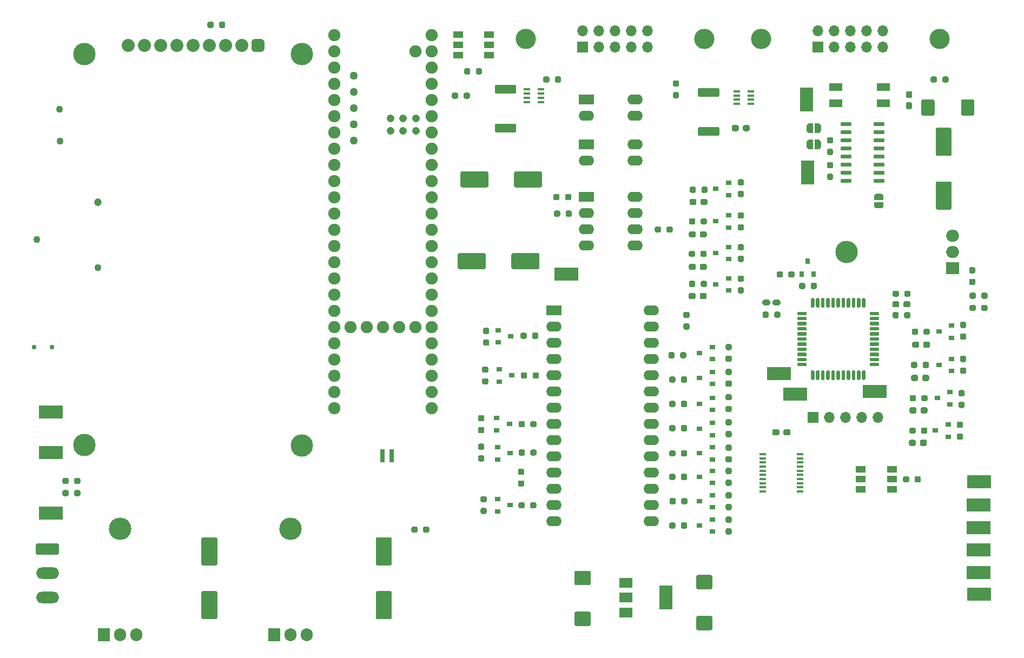
<source format=gbr>
%TF.GenerationSoftware,KiCad,Pcbnew,(5.1.9)-1*%
%TF.CreationDate,2022-07-01T06:07:01-07:00*%
%TF.ProjectId,GALIL,47414c49-4c2e-46b6-9963-61645f706362,rev?*%
%TF.SameCoordinates,Original*%
%TF.FileFunction,Soldermask,Top*%
%TF.FilePolarity,Negative*%
%FSLAX46Y46*%
G04 Gerber Fmt 4.6, Leading zero omitted, Abs format (unit mm)*
G04 Created by KiCad (PCBNEW (5.1.9)-1) date 2022-07-01 06:07:01*
%MOMM*%
%LPD*%
G01*
G04 APERTURE LIST*
%ADD10R,3.800000X2.000000*%
%ADD11R,1.500000X1.000000*%
%ADD12O,2.000000X1.905000*%
%ADD13R,2.000000X1.905000*%
%ADD14O,3.500000X3.500000*%
%ADD15O,1.905000X2.000000*%
%ADD16R,1.905000X2.000000*%
%ADD17R,0.900000X0.800000*%
%ADD18R,0.800000X0.900000*%
%ADD19C,1.905000*%
%ADD20C,1.258000*%
%ADD21C,1.208000*%
%ADD22C,3.175000*%
%ADD23R,1.700000X1.700000*%
%ADD24O,1.700000X1.700000*%
%ADD25R,2.000000X3.800000*%
%ADD26R,1.000000X0.400000*%
%ADD27O,2.400000X1.600000*%
%ADD28R,2.400000X1.600000*%
%ADD29O,3.600000X1.800000*%
%ADD30R,2.000000X1.500000*%
%ADD31C,0.100000*%
%ADD32R,2.000000X1.200000*%
%ADD33R,1.060000X0.400000*%
%ADD34C,3.500000*%
%ADD35C,2.032000*%
%ADD36C,1.100000*%
%ADD37C,1.200000*%
%ADD38C,0.750000*%
%ADD39C,1.092200*%
%ADD40R,0.800000X2.000000*%
G04 APERTURE END LIST*
D10*
%TO.C,TP3*%
X170815000Y-116205000D03*
%TD*%
%TO.C,TP2*%
X158369000Y-116586000D03*
%TD*%
%TO.C,TP1*%
X155829000Y-113411000D03*
%TD*%
%TO.C,R78*%
G36*
G01*
X176208500Y-129683500D02*
X176208500Y-130158500D01*
G75*
G02*
X175971000Y-130396000I-237500J0D01*
G01*
X175471000Y-130396000D01*
G75*
G02*
X175233500Y-130158500I0J237500D01*
G01*
X175233500Y-129683500D01*
G75*
G02*
X175471000Y-129446000I237500J0D01*
G01*
X175971000Y-129446000D01*
G75*
G02*
X176208500Y-129683500I0J-237500D01*
G01*
G37*
G36*
G01*
X178033500Y-129683500D02*
X178033500Y-130158500D01*
G75*
G02*
X177796000Y-130396000I-237500J0D01*
G01*
X177296000Y-130396000D01*
G75*
G02*
X177058500Y-130158500I0J237500D01*
G01*
X177058500Y-129683500D01*
G75*
G02*
X177296000Y-129446000I237500J0D01*
G01*
X177796000Y-129446000D01*
G75*
G02*
X178033500Y-129683500I0J-237500D01*
G01*
G37*
%TD*%
D11*
%TO.C,D3*%
X168619000Y-128321000D03*
X168619000Y-129921000D03*
X168619000Y-131521000D03*
X173519000Y-128321000D03*
X173519000Y-129921000D03*
X173519000Y-131521000D03*
%TD*%
D10*
%TO.C,SCK1*%
X187071000Y-133985000D03*
%TD*%
%TO.C,R77*%
G36*
G01*
X155087500Y-104377500D02*
X155087500Y-103902500D01*
G75*
G02*
X155325000Y-103665000I237500J0D01*
G01*
X155825000Y-103665000D01*
G75*
G02*
X156062500Y-103902500I0J-237500D01*
G01*
X156062500Y-104377500D01*
G75*
G02*
X155825000Y-104615000I-237500J0D01*
G01*
X155325000Y-104615000D01*
G75*
G02*
X155087500Y-104377500I0J237500D01*
G01*
G37*
G36*
G01*
X153262500Y-104377500D02*
X153262500Y-103902500D01*
G75*
G02*
X153500000Y-103665000I237500J0D01*
G01*
X154000000Y-103665000D01*
G75*
G02*
X154237500Y-103902500I0J-237500D01*
G01*
X154237500Y-104377500D01*
G75*
G02*
X154000000Y-104615000I-237500J0D01*
G01*
X153500000Y-104615000D01*
G75*
G02*
X153262500Y-104377500I0J237500D01*
G01*
G37*
%TD*%
%TO.C,PROBE1*%
X187198000Y-147955000D03*
%TD*%
%TO.C,MOSI1*%
X187071000Y-137541000D03*
%TD*%
%TO.C,MISO1*%
X187071000Y-140970000D03*
%TD*%
%TO.C,D1*%
G36*
G01*
X154435500Y-102022500D02*
X154435500Y-102447500D01*
G75*
G02*
X154223000Y-102660000I-212500J0D01*
G01*
X153423000Y-102660000D01*
G75*
G02*
X153210500Y-102447500I0J212500D01*
G01*
X153210500Y-102022500D01*
G75*
G02*
X153423000Y-101810000I212500J0D01*
G01*
X154223000Y-101810000D01*
G75*
G02*
X154435500Y-102022500I0J-212500D01*
G01*
G37*
G36*
G01*
X156060500Y-102022500D02*
X156060500Y-102447500D01*
G75*
G02*
X155848000Y-102660000I-212500J0D01*
G01*
X155048000Y-102660000D01*
G75*
G02*
X154835500Y-102447500I0J212500D01*
G01*
X154835500Y-102022500D01*
G75*
G02*
X155048000Y-101810000I212500J0D01*
G01*
X155848000Y-101810000D01*
G75*
G02*
X156060500Y-102022500I0J-212500D01*
G01*
G37*
%TD*%
%TO.C,CSn1*%
X187071000Y-144526000D03*
%TD*%
%TO.C,R76*%
G36*
G01*
X115230900Y-130092000D02*
X115705900Y-130092000D01*
G75*
G02*
X115943400Y-130329500I0J-237500D01*
G01*
X115943400Y-130829500D01*
G75*
G02*
X115705900Y-131067000I-237500J0D01*
G01*
X115230900Y-131067000D01*
G75*
G02*
X114993400Y-130829500I0J237500D01*
G01*
X114993400Y-130329500D01*
G75*
G02*
X115230900Y-130092000I237500J0D01*
G01*
G37*
G36*
G01*
X115230900Y-128267000D02*
X115705900Y-128267000D01*
G75*
G02*
X115943400Y-128504500I0J-237500D01*
G01*
X115943400Y-129004500D01*
G75*
G02*
X115705900Y-129242000I-237500J0D01*
G01*
X115230900Y-129242000D01*
G75*
G02*
X114993400Y-129004500I0J237500D01*
G01*
X114993400Y-128504500D01*
G75*
G02*
X115230900Y-128267000I237500J0D01*
G01*
G37*
%TD*%
%TO.C,C5*%
G36*
G01*
X65675000Y-147415000D02*
X67675000Y-147415000D01*
G75*
G02*
X67925000Y-147665000I0J-250000D01*
G01*
X67925000Y-151565000D01*
G75*
G02*
X67675000Y-151815000I-250000J0D01*
G01*
X65675000Y-151815000D01*
G75*
G02*
X65425000Y-151565000I0J250000D01*
G01*
X65425000Y-147665000D01*
G75*
G02*
X65675000Y-147415000I250000J0D01*
G01*
G37*
G36*
G01*
X65675000Y-139015000D02*
X67675000Y-139015000D01*
G75*
G02*
X67925000Y-139265000I0J-250000D01*
G01*
X67925000Y-143165000D01*
G75*
G02*
X67675000Y-143415000I-250000J0D01*
G01*
X65675000Y-143415000D01*
G75*
G02*
X65425000Y-143165000I0J250000D01*
G01*
X65425000Y-139265000D01*
G75*
G02*
X65675000Y-139015000I250000J0D01*
G01*
G37*
%TD*%
D12*
%TO.C,U14*%
X183032400Y-91744800D03*
X183032400Y-94284800D03*
D13*
X183032400Y-96824800D03*
D14*
X166372400Y-94284800D03*
%TD*%
D15*
%TO.C,U11*%
X81915000Y-154305000D03*
X79375000Y-154305000D03*
D16*
X76835000Y-154305000D03*
D14*
X79375000Y-137645000D03*
%TD*%
D15*
%TO.C,U10*%
X55245000Y-154305000D03*
X52705000Y-154305000D03*
D16*
X50165000Y-154305000D03*
D14*
X52705000Y-137645000D03*
%TD*%
%TO.C,R75*%
G36*
G01*
X116340700Y-107204500D02*
X116340700Y-107679500D01*
G75*
G02*
X116103200Y-107917000I-237500J0D01*
G01*
X115603200Y-107917000D01*
G75*
G02*
X115365700Y-107679500I0J237500D01*
G01*
X115365700Y-107204500D01*
G75*
G02*
X115603200Y-106967000I237500J0D01*
G01*
X116103200Y-106967000D01*
G75*
G02*
X116340700Y-107204500I0J-237500D01*
G01*
G37*
G36*
G01*
X118165700Y-107204500D02*
X118165700Y-107679500D01*
G75*
G02*
X117928200Y-107917000I-237500J0D01*
G01*
X117428200Y-107917000D01*
G75*
G02*
X117190700Y-107679500I0J237500D01*
G01*
X117190700Y-107204500D01*
G75*
G02*
X117428200Y-106967000I237500J0D01*
G01*
X117928200Y-106967000D01*
G75*
G02*
X118165700Y-107204500I0J-237500D01*
G01*
G37*
%TD*%
%TO.C,R74*%
G36*
G01*
X109769900Y-108021300D02*
X110244900Y-108021300D01*
G75*
G02*
X110482400Y-108258800I0J-237500D01*
G01*
X110482400Y-108758800D01*
G75*
G02*
X110244900Y-108996300I-237500J0D01*
G01*
X109769900Y-108996300D01*
G75*
G02*
X109532400Y-108758800I0J237500D01*
G01*
X109532400Y-108258800D01*
G75*
G02*
X109769900Y-108021300I237500J0D01*
G01*
G37*
G36*
G01*
X109769900Y-106196300D02*
X110244900Y-106196300D01*
G75*
G02*
X110482400Y-106433800I0J-237500D01*
G01*
X110482400Y-106933800D01*
G75*
G02*
X110244900Y-107171300I-237500J0D01*
G01*
X109769900Y-107171300D01*
G75*
G02*
X109532400Y-106933800I0J237500D01*
G01*
X109532400Y-106433800D01*
G75*
G02*
X109769900Y-106196300I237500J0D01*
G01*
G37*
%TD*%
D17*
%TO.C,Q25*%
X113852200Y-107518200D03*
X111852200Y-108468200D03*
X111852200Y-106568200D03*
%TD*%
%TO.C,R73*%
G36*
G01*
X157293500Y-98078300D02*
X157293500Y-97603300D01*
G75*
G02*
X157531000Y-97365800I237500J0D01*
G01*
X158031000Y-97365800D01*
G75*
G02*
X158268500Y-97603300I0J-237500D01*
G01*
X158268500Y-98078300D01*
G75*
G02*
X158031000Y-98315800I-237500J0D01*
G01*
X157531000Y-98315800D01*
G75*
G02*
X157293500Y-98078300I0J237500D01*
G01*
G37*
G36*
G01*
X155468500Y-98078300D02*
X155468500Y-97603300D01*
G75*
G02*
X155706000Y-97365800I237500J0D01*
G01*
X156206000Y-97365800D01*
G75*
G02*
X156443500Y-97603300I0J-237500D01*
G01*
X156443500Y-98078300D01*
G75*
G02*
X156206000Y-98315800I-237500J0D01*
G01*
X155706000Y-98315800D01*
G75*
G02*
X155468500Y-98078300I0J237500D01*
G01*
G37*
%TD*%
%TO.C,R72*%
G36*
G01*
X160798700Y-99881700D02*
X160798700Y-99406700D01*
G75*
G02*
X161036200Y-99169200I237500J0D01*
G01*
X161536200Y-99169200D01*
G75*
G02*
X161773700Y-99406700I0J-237500D01*
G01*
X161773700Y-99881700D01*
G75*
G02*
X161536200Y-100119200I-237500J0D01*
G01*
X161036200Y-100119200D01*
G75*
G02*
X160798700Y-99881700I0J237500D01*
G01*
G37*
G36*
G01*
X158973700Y-99881700D02*
X158973700Y-99406700D01*
G75*
G02*
X159211200Y-99169200I237500J0D01*
G01*
X159711200Y-99169200D01*
G75*
G02*
X159948700Y-99406700I0J-237500D01*
G01*
X159948700Y-99881700D01*
G75*
G02*
X159711200Y-100119200I-237500J0D01*
G01*
X159211200Y-100119200D01*
G75*
G02*
X158973700Y-99881700I0J237500D01*
G01*
G37*
%TD*%
D18*
%TO.C,Q24*%
X160340000Y-95790000D03*
X161290000Y-97790000D03*
X159390000Y-97790000D03*
%TD*%
D10*
%TO.C,GND2*%
X187147200Y-130302000D03*
%TD*%
%TO.C,R71*%
G36*
G01*
X186644100Y-102835700D02*
X186644100Y-103310700D01*
G75*
G02*
X186406600Y-103548200I-237500J0D01*
G01*
X185906600Y-103548200D01*
G75*
G02*
X185669100Y-103310700I0J237500D01*
G01*
X185669100Y-102835700D01*
G75*
G02*
X185906600Y-102598200I237500J0D01*
G01*
X186406600Y-102598200D01*
G75*
G02*
X186644100Y-102835700I0J-237500D01*
G01*
G37*
G36*
G01*
X188469100Y-102835700D02*
X188469100Y-103310700D01*
G75*
G02*
X188231600Y-103548200I-237500J0D01*
G01*
X187731600Y-103548200D01*
G75*
G02*
X187494100Y-103310700I0J237500D01*
G01*
X187494100Y-102835700D01*
G75*
G02*
X187731600Y-102598200I237500J0D01*
G01*
X188231600Y-102598200D01*
G75*
G02*
X188469100Y-102835700I0J-237500D01*
G01*
G37*
%TD*%
%TO.C,R70*%
G36*
G01*
X120746700Y-67547500D02*
X120746700Y-67072500D01*
G75*
G02*
X120984200Y-66835000I237500J0D01*
G01*
X121484200Y-66835000D01*
G75*
G02*
X121721700Y-67072500I0J-237500D01*
G01*
X121721700Y-67547500D01*
G75*
G02*
X121484200Y-67785000I-237500J0D01*
G01*
X120984200Y-67785000D01*
G75*
G02*
X120746700Y-67547500I0J237500D01*
G01*
G37*
G36*
G01*
X118921700Y-67547500D02*
X118921700Y-67072500D01*
G75*
G02*
X119159200Y-66835000I237500J0D01*
G01*
X119659200Y-66835000D01*
G75*
G02*
X119896700Y-67072500I0J-237500D01*
G01*
X119896700Y-67547500D01*
G75*
G02*
X119659200Y-67785000I-237500J0D01*
G01*
X119159200Y-67785000D01*
G75*
G02*
X118921700Y-67547500I0J237500D01*
G01*
G37*
%TD*%
D19*
%TO.C,U1*%
X101473000Y-98501200D03*
X101473000Y-101041200D03*
X101473000Y-103581200D03*
X101473000Y-106121200D03*
X101473000Y-108661200D03*
X101473000Y-111201200D03*
X101473000Y-113741200D03*
X101473000Y-116281200D03*
X101473000Y-118821200D03*
X86233000Y-118821200D03*
X86233000Y-116281200D03*
X86233000Y-113741200D03*
X86233000Y-111201200D03*
X86233000Y-108661200D03*
X86233000Y-106121200D03*
X86233000Y-103581200D03*
X86233000Y-101041200D03*
X86233000Y-98501200D03*
X101473000Y-60401200D03*
X101473000Y-62941200D03*
X101473000Y-65481200D03*
X101473000Y-68021200D03*
X101473000Y-70561200D03*
X101473000Y-73101200D03*
X101473000Y-75641200D03*
X101473000Y-78181200D03*
X101473000Y-80721200D03*
X101473000Y-83261200D03*
X101473000Y-85801200D03*
X101473000Y-88341200D03*
X101473000Y-90881200D03*
X101473000Y-93421200D03*
X86233000Y-95961200D03*
X86233000Y-93421200D03*
X86233000Y-90881200D03*
X86233000Y-88341200D03*
X86233000Y-85801200D03*
X86233000Y-83261200D03*
X86233000Y-80721200D03*
X86233000Y-78181200D03*
X86233000Y-75641200D03*
X86233000Y-73101200D03*
X86233000Y-70561200D03*
X86233000Y-68021200D03*
X86233000Y-65481200D03*
D20*
X89283000Y-76911200D03*
X89283000Y-74371200D03*
X89283000Y-71831200D03*
X89283000Y-69291200D03*
X89283000Y-66751200D03*
D21*
X95023000Y-73371200D03*
X97023000Y-73371200D03*
X95023000Y-75371200D03*
X97023000Y-75371200D03*
X99023000Y-73371200D03*
X99023000Y-75371200D03*
D19*
X101473000Y-95961200D03*
X96393000Y-106121200D03*
X98933000Y-62941200D03*
X98933000Y-106121200D03*
X93853000Y-106121200D03*
X91313000Y-106121200D03*
X88773000Y-106121200D03*
X86233000Y-62941200D03*
X86233000Y-60401200D03*
%TD*%
%TO.C,R69*%
G36*
G01*
X67340300Y-58512700D02*
X67340300Y-58987700D01*
G75*
G02*
X67102800Y-59225200I-237500J0D01*
G01*
X66602800Y-59225200D01*
G75*
G02*
X66365300Y-58987700I0J237500D01*
G01*
X66365300Y-58512700D01*
G75*
G02*
X66602800Y-58275200I237500J0D01*
G01*
X67102800Y-58275200D01*
G75*
G02*
X67340300Y-58512700I0J-237500D01*
G01*
G37*
G36*
G01*
X69165300Y-58512700D02*
X69165300Y-58987700D01*
G75*
G02*
X68927800Y-59225200I-237500J0D01*
G01*
X68427800Y-59225200D01*
G75*
G02*
X68190300Y-58987700I0J237500D01*
G01*
X68190300Y-58512700D01*
G75*
G02*
X68427800Y-58275200I237500J0D01*
G01*
X68927800Y-58275200D01*
G75*
G02*
X69165300Y-58512700I0J-237500D01*
G01*
G37*
%TD*%
%TO.C,R68*%
G36*
G01*
X174604500Y-100625900D02*
X174604500Y-101100900D01*
G75*
G02*
X174367000Y-101338400I-237500J0D01*
G01*
X173867000Y-101338400D01*
G75*
G02*
X173629500Y-101100900I0J237500D01*
G01*
X173629500Y-100625900D01*
G75*
G02*
X173867000Y-100388400I237500J0D01*
G01*
X174367000Y-100388400D01*
G75*
G02*
X174604500Y-100625900I0J-237500D01*
G01*
G37*
G36*
G01*
X176429500Y-100625900D02*
X176429500Y-101100900D01*
G75*
G02*
X176192000Y-101338400I-237500J0D01*
G01*
X175692000Y-101338400D01*
G75*
G02*
X175454500Y-101100900I0J237500D01*
G01*
X175454500Y-100625900D01*
G75*
G02*
X175692000Y-100388400I237500J0D01*
G01*
X176192000Y-100388400D01*
G75*
G02*
X176429500Y-100625900I0J-237500D01*
G01*
G37*
%TD*%
%TO.C,C26*%
G36*
G01*
X180610000Y-83280000D02*
X182610000Y-83280000D01*
G75*
G02*
X182860000Y-83530000I0J-250000D01*
G01*
X182860000Y-87430000D01*
G75*
G02*
X182610000Y-87680000I-250000J0D01*
G01*
X180610000Y-87680000D01*
G75*
G02*
X180360000Y-87430000I0J250000D01*
G01*
X180360000Y-83530000D01*
G75*
G02*
X180610000Y-83280000I250000J0D01*
G01*
G37*
G36*
G01*
X180610000Y-74880000D02*
X182610000Y-74880000D01*
G75*
G02*
X182860000Y-75130000I0J-250000D01*
G01*
X182860000Y-79030000D01*
G75*
G02*
X182610000Y-79280000I-250000J0D01*
G01*
X180610000Y-79280000D01*
G75*
G02*
X180360000Y-79030000I0J250000D01*
G01*
X180360000Y-75130000D01*
G75*
G02*
X180610000Y-74880000I250000J0D01*
G01*
G37*
%TD*%
%TO.C,C25*%
G36*
G01*
X126120001Y-146490000D02*
X124069999Y-146490000D01*
G75*
G02*
X123820000Y-146240001I0J249999D01*
G01*
X123820000Y-144489999D01*
G75*
G02*
X124069999Y-144240000I249999J0D01*
G01*
X126120001Y-144240000D01*
G75*
G02*
X126370000Y-144489999I0J-249999D01*
G01*
X126370000Y-146240001D01*
G75*
G02*
X126120001Y-146490000I-249999J0D01*
G01*
G37*
G36*
G01*
X126120001Y-152890000D02*
X124069999Y-152890000D01*
G75*
G02*
X123820000Y-152640001I0J249999D01*
G01*
X123820000Y-150889999D01*
G75*
G02*
X124069999Y-150640000I249999J0D01*
G01*
X126120001Y-150640000D01*
G75*
G02*
X126370000Y-150889999I0J-249999D01*
G01*
X126370000Y-152640001D01*
G75*
G02*
X126120001Y-152890000I-249999J0D01*
G01*
G37*
%TD*%
%TO.C,R67*%
G36*
G01*
X186646000Y-100930700D02*
X186646000Y-101405700D01*
G75*
G02*
X186408500Y-101643200I-237500J0D01*
G01*
X185908500Y-101643200D01*
G75*
G02*
X185671000Y-101405700I0J237500D01*
G01*
X185671000Y-100930700D01*
G75*
G02*
X185908500Y-100693200I237500J0D01*
G01*
X186408500Y-100693200D01*
G75*
G02*
X186646000Y-100930700I0J-237500D01*
G01*
G37*
G36*
G01*
X188471000Y-100930700D02*
X188471000Y-101405700D01*
G75*
G02*
X188233500Y-101643200I-237500J0D01*
G01*
X187733500Y-101643200D01*
G75*
G02*
X187496000Y-101405700I0J237500D01*
G01*
X187496000Y-100930700D01*
G75*
G02*
X187733500Y-100693200I237500J0D01*
G01*
X188233500Y-100693200D01*
G75*
G02*
X188471000Y-100930700I0J-237500D01*
G01*
G37*
%TD*%
%TO.C,R66*%
G36*
G01*
X185842900Y-98517900D02*
X186317900Y-98517900D01*
G75*
G02*
X186555400Y-98755400I0J-237500D01*
G01*
X186555400Y-99255400D01*
G75*
G02*
X186317900Y-99492900I-237500J0D01*
G01*
X185842900Y-99492900D01*
G75*
G02*
X185605400Y-99255400I0J237500D01*
G01*
X185605400Y-98755400D01*
G75*
G02*
X185842900Y-98517900I237500J0D01*
G01*
G37*
G36*
G01*
X185842900Y-96692900D02*
X186317900Y-96692900D01*
G75*
G02*
X186555400Y-96930400I0J-237500D01*
G01*
X186555400Y-97430400D01*
G75*
G02*
X186317900Y-97667900I-237500J0D01*
G01*
X185842900Y-97667900D01*
G75*
G02*
X185605400Y-97430400I0J237500D01*
G01*
X185605400Y-96930400D01*
G75*
G02*
X185842900Y-96692900I237500J0D01*
G01*
G37*
%TD*%
%TO.C,R26*%
G36*
G01*
X108375000Y-66277500D02*
X108375000Y-65802500D01*
G75*
G02*
X108612500Y-65565000I237500J0D01*
G01*
X109112500Y-65565000D01*
G75*
G02*
X109350000Y-65802500I0J-237500D01*
G01*
X109350000Y-66277500D01*
G75*
G02*
X109112500Y-66515000I-237500J0D01*
G01*
X108612500Y-66515000D01*
G75*
G02*
X108375000Y-66277500I0J237500D01*
G01*
G37*
G36*
G01*
X106550000Y-66277500D02*
X106550000Y-65802500D01*
G75*
G02*
X106787500Y-65565000I237500J0D01*
G01*
X107287500Y-65565000D01*
G75*
G02*
X107525000Y-65802500I0J-237500D01*
G01*
X107525000Y-66277500D01*
G75*
G02*
X107287500Y-66515000I-237500J0D01*
G01*
X106787500Y-66515000D01*
G75*
G02*
X106550000Y-66277500I0J237500D01*
G01*
G37*
%TD*%
%TO.C,R11*%
G36*
G01*
X105620000Y-69612500D02*
X105620000Y-70087500D01*
G75*
G02*
X105382500Y-70325000I-237500J0D01*
G01*
X104882500Y-70325000D01*
G75*
G02*
X104645000Y-70087500I0J237500D01*
G01*
X104645000Y-69612500D01*
G75*
G02*
X104882500Y-69375000I237500J0D01*
G01*
X105382500Y-69375000D01*
G75*
G02*
X105620000Y-69612500I0J-237500D01*
G01*
G37*
G36*
G01*
X107445000Y-69612500D02*
X107445000Y-70087500D01*
G75*
G02*
X107207500Y-70325000I-237500J0D01*
G01*
X106707500Y-70325000D01*
G75*
G02*
X106470000Y-70087500I0J237500D01*
G01*
X106470000Y-69612500D01*
G75*
G02*
X106707500Y-69375000I237500J0D01*
G01*
X107207500Y-69375000D01*
G75*
G02*
X107445000Y-69612500I0J-237500D01*
G01*
G37*
%TD*%
%TO.C,R2*%
G36*
G01*
X44660000Y-131842500D02*
X44660000Y-132317500D01*
G75*
G02*
X44422500Y-132555000I-237500J0D01*
G01*
X43922500Y-132555000D01*
G75*
G02*
X43685000Y-132317500I0J237500D01*
G01*
X43685000Y-131842500D01*
G75*
G02*
X43922500Y-131605000I237500J0D01*
G01*
X44422500Y-131605000D01*
G75*
G02*
X44660000Y-131842500I0J-237500D01*
G01*
G37*
G36*
G01*
X46485000Y-131842500D02*
X46485000Y-132317500D01*
G75*
G02*
X46247500Y-132555000I-237500J0D01*
G01*
X45747500Y-132555000D01*
G75*
G02*
X45510000Y-132317500I0J237500D01*
G01*
X45510000Y-131842500D01*
G75*
G02*
X45747500Y-131605000I237500J0D01*
G01*
X46247500Y-131605000D01*
G75*
G02*
X46485000Y-131842500I0J-237500D01*
G01*
G37*
%TD*%
%TO.C,R1*%
G36*
G01*
X44660000Y-129937500D02*
X44660000Y-130412500D01*
G75*
G02*
X44422500Y-130650000I-237500J0D01*
G01*
X43922500Y-130650000D01*
G75*
G02*
X43685000Y-130412500I0J237500D01*
G01*
X43685000Y-129937500D01*
G75*
G02*
X43922500Y-129700000I237500J0D01*
G01*
X44422500Y-129700000D01*
G75*
G02*
X44660000Y-129937500I0J-237500D01*
G01*
G37*
G36*
G01*
X46485000Y-129937500D02*
X46485000Y-130412500D01*
G75*
G02*
X46247500Y-130650000I-237500J0D01*
G01*
X45747500Y-130650000D01*
G75*
G02*
X45510000Y-130412500I0J237500D01*
G01*
X45510000Y-129937500D01*
G75*
G02*
X45747500Y-129700000I237500J0D01*
G01*
X46247500Y-129700000D01*
G75*
G02*
X46485000Y-129937500I0J-237500D01*
G01*
G37*
%TD*%
D22*
%TO.C,J3*%
X180975000Y-60960000D03*
X153035000Y-60960000D03*
D23*
X161925000Y-62230000D03*
D24*
X161925000Y-59690000D03*
X164465000Y-62230000D03*
X164465000Y-59690000D03*
X167005000Y-62230000D03*
X167005000Y-59690000D03*
X169545000Y-62230000D03*
X169545000Y-59690000D03*
X172085000Y-62230000D03*
X172085000Y-59690000D03*
%TD*%
D22*
%TO.C,J1*%
X144145000Y-60960000D03*
X116205000Y-60960000D03*
D23*
X125095000Y-62230000D03*
D24*
X125095000Y-59690000D03*
X127635000Y-62230000D03*
X127635000Y-59690000D03*
X130175000Y-62230000D03*
X130175000Y-59690000D03*
X132715000Y-62230000D03*
X132715000Y-59690000D03*
X135255000Y-62230000D03*
X135255000Y-59690000D03*
%TD*%
%TO.C,R54*%
G36*
G01*
X143405799Y-74742000D02*
X146255801Y-74742000D01*
G75*
G02*
X146505800Y-74991999I0J-249999D01*
G01*
X146505800Y-75892001D01*
G75*
G02*
X146255801Y-76142000I-249999J0D01*
G01*
X143405799Y-76142000D01*
G75*
G02*
X143155800Y-75892001I0J249999D01*
G01*
X143155800Y-74991999D01*
G75*
G02*
X143405799Y-74742000I249999J0D01*
G01*
G37*
G36*
G01*
X143405799Y-68642000D02*
X146255801Y-68642000D01*
G75*
G02*
X146505800Y-68891999I0J-249999D01*
G01*
X146505800Y-69792001D01*
G75*
G02*
X146255801Y-70042000I-249999J0D01*
G01*
X143405799Y-70042000D01*
G75*
G02*
X143155800Y-69792001I0J249999D01*
G01*
X143155800Y-68891999D01*
G75*
G02*
X143405799Y-68642000I249999J0D01*
G01*
G37*
%TD*%
%TO.C,R32*%
G36*
G01*
X111604999Y-74230000D02*
X114455001Y-74230000D01*
G75*
G02*
X114705000Y-74479999I0J-249999D01*
G01*
X114705000Y-75380001D01*
G75*
G02*
X114455001Y-75630000I-249999J0D01*
G01*
X111604999Y-75630000D01*
G75*
G02*
X111355000Y-75380001I0J249999D01*
G01*
X111355000Y-74479999D01*
G75*
G02*
X111604999Y-74230000I249999J0D01*
G01*
G37*
G36*
G01*
X111604999Y-68130000D02*
X114455001Y-68130000D01*
G75*
G02*
X114705000Y-68379999I0J-249999D01*
G01*
X114705000Y-69280001D01*
G75*
G02*
X114455001Y-69530000I-249999J0D01*
G01*
X111604999Y-69530000D01*
G75*
G02*
X111355000Y-69280001I0J249999D01*
G01*
X111355000Y-68379999D01*
G75*
G02*
X111604999Y-68130000I249999J0D01*
G01*
G37*
%TD*%
%TO.C,U7*%
G36*
G01*
X170610000Y-74445000D02*
X170610000Y-74145000D01*
G75*
G02*
X170760000Y-73995000I150000J0D01*
G01*
X172210000Y-73995000D01*
G75*
G02*
X172360000Y-74145000I0J-150000D01*
G01*
X172360000Y-74445000D01*
G75*
G02*
X172210000Y-74595000I-150000J0D01*
G01*
X170760000Y-74595000D01*
G75*
G02*
X170610000Y-74445000I0J150000D01*
G01*
G37*
G36*
G01*
X170610000Y-75715000D02*
X170610000Y-75415000D01*
G75*
G02*
X170760000Y-75265000I150000J0D01*
G01*
X172210000Y-75265000D01*
G75*
G02*
X172360000Y-75415000I0J-150000D01*
G01*
X172360000Y-75715000D01*
G75*
G02*
X172210000Y-75865000I-150000J0D01*
G01*
X170760000Y-75865000D01*
G75*
G02*
X170610000Y-75715000I0J150000D01*
G01*
G37*
G36*
G01*
X170610000Y-76985000D02*
X170610000Y-76685000D01*
G75*
G02*
X170760000Y-76535000I150000J0D01*
G01*
X172210000Y-76535000D01*
G75*
G02*
X172360000Y-76685000I0J-150000D01*
G01*
X172360000Y-76985000D01*
G75*
G02*
X172210000Y-77135000I-150000J0D01*
G01*
X170760000Y-77135000D01*
G75*
G02*
X170610000Y-76985000I0J150000D01*
G01*
G37*
G36*
G01*
X170610000Y-78255000D02*
X170610000Y-77955000D01*
G75*
G02*
X170760000Y-77805000I150000J0D01*
G01*
X172210000Y-77805000D01*
G75*
G02*
X172360000Y-77955000I0J-150000D01*
G01*
X172360000Y-78255000D01*
G75*
G02*
X172210000Y-78405000I-150000J0D01*
G01*
X170760000Y-78405000D01*
G75*
G02*
X170610000Y-78255000I0J150000D01*
G01*
G37*
G36*
G01*
X170610000Y-79525000D02*
X170610000Y-79225000D01*
G75*
G02*
X170760000Y-79075000I150000J0D01*
G01*
X172210000Y-79075000D01*
G75*
G02*
X172360000Y-79225000I0J-150000D01*
G01*
X172360000Y-79525000D01*
G75*
G02*
X172210000Y-79675000I-150000J0D01*
G01*
X170760000Y-79675000D01*
G75*
G02*
X170610000Y-79525000I0J150000D01*
G01*
G37*
G36*
G01*
X170610000Y-80795000D02*
X170610000Y-80495000D01*
G75*
G02*
X170760000Y-80345000I150000J0D01*
G01*
X172210000Y-80345000D01*
G75*
G02*
X172360000Y-80495000I0J-150000D01*
G01*
X172360000Y-80795000D01*
G75*
G02*
X172210000Y-80945000I-150000J0D01*
G01*
X170760000Y-80945000D01*
G75*
G02*
X170610000Y-80795000I0J150000D01*
G01*
G37*
G36*
G01*
X170610000Y-82065000D02*
X170610000Y-81765000D01*
G75*
G02*
X170760000Y-81615000I150000J0D01*
G01*
X172210000Y-81615000D01*
G75*
G02*
X172360000Y-81765000I0J-150000D01*
G01*
X172360000Y-82065000D01*
G75*
G02*
X172210000Y-82215000I-150000J0D01*
G01*
X170760000Y-82215000D01*
G75*
G02*
X170610000Y-82065000I0J150000D01*
G01*
G37*
G36*
G01*
X170610000Y-83335000D02*
X170610000Y-83035000D01*
G75*
G02*
X170760000Y-82885000I150000J0D01*
G01*
X172210000Y-82885000D01*
G75*
G02*
X172360000Y-83035000I0J-150000D01*
G01*
X172360000Y-83335000D01*
G75*
G02*
X172210000Y-83485000I-150000J0D01*
G01*
X170760000Y-83485000D01*
G75*
G02*
X170610000Y-83335000I0J150000D01*
G01*
G37*
G36*
G01*
X165460000Y-83335000D02*
X165460000Y-83035000D01*
G75*
G02*
X165610000Y-82885000I150000J0D01*
G01*
X167060000Y-82885000D01*
G75*
G02*
X167210000Y-83035000I0J-150000D01*
G01*
X167210000Y-83335000D01*
G75*
G02*
X167060000Y-83485000I-150000J0D01*
G01*
X165610000Y-83485000D01*
G75*
G02*
X165460000Y-83335000I0J150000D01*
G01*
G37*
G36*
G01*
X165460000Y-82065000D02*
X165460000Y-81765000D01*
G75*
G02*
X165610000Y-81615000I150000J0D01*
G01*
X167060000Y-81615000D01*
G75*
G02*
X167210000Y-81765000I0J-150000D01*
G01*
X167210000Y-82065000D01*
G75*
G02*
X167060000Y-82215000I-150000J0D01*
G01*
X165610000Y-82215000D01*
G75*
G02*
X165460000Y-82065000I0J150000D01*
G01*
G37*
G36*
G01*
X165460000Y-80795000D02*
X165460000Y-80495000D01*
G75*
G02*
X165610000Y-80345000I150000J0D01*
G01*
X167060000Y-80345000D01*
G75*
G02*
X167210000Y-80495000I0J-150000D01*
G01*
X167210000Y-80795000D01*
G75*
G02*
X167060000Y-80945000I-150000J0D01*
G01*
X165610000Y-80945000D01*
G75*
G02*
X165460000Y-80795000I0J150000D01*
G01*
G37*
G36*
G01*
X165460000Y-79525000D02*
X165460000Y-79225000D01*
G75*
G02*
X165610000Y-79075000I150000J0D01*
G01*
X167060000Y-79075000D01*
G75*
G02*
X167210000Y-79225000I0J-150000D01*
G01*
X167210000Y-79525000D01*
G75*
G02*
X167060000Y-79675000I-150000J0D01*
G01*
X165610000Y-79675000D01*
G75*
G02*
X165460000Y-79525000I0J150000D01*
G01*
G37*
G36*
G01*
X165460000Y-78255000D02*
X165460000Y-77955000D01*
G75*
G02*
X165610000Y-77805000I150000J0D01*
G01*
X167060000Y-77805000D01*
G75*
G02*
X167210000Y-77955000I0J-150000D01*
G01*
X167210000Y-78255000D01*
G75*
G02*
X167060000Y-78405000I-150000J0D01*
G01*
X165610000Y-78405000D01*
G75*
G02*
X165460000Y-78255000I0J150000D01*
G01*
G37*
G36*
G01*
X165460000Y-76985000D02*
X165460000Y-76685000D01*
G75*
G02*
X165610000Y-76535000I150000J0D01*
G01*
X167060000Y-76535000D01*
G75*
G02*
X167210000Y-76685000I0J-150000D01*
G01*
X167210000Y-76985000D01*
G75*
G02*
X167060000Y-77135000I-150000J0D01*
G01*
X165610000Y-77135000D01*
G75*
G02*
X165460000Y-76985000I0J150000D01*
G01*
G37*
G36*
G01*
X165460000Y-75715000D02*
X165460000Y-75415000D01*
G75*
G02*
X165610000Y-75265000I150000J0D01*
G01*
X167060000Y-75265000D01*
G75*
G02*
X167210000Y-75415000I0J-150000D01*
G01*
X167210000Y-75715000D01*
G75*
G02*
X167060000Y-75865000I-150000J0D01*
G01*
X165610000Y-75865000D01*
G75*
G02*
X165460000Y-75715000I0J150000D01*
G01*
G37*
G36*
G01*
X165460000Y-74445000D02*
X165460000Y-74145000D01*
G75*
G02*
X165610000Y-73995000I150000J0D01*
G01*
X167060000Y-73995000D01*
G75*
G02*
X167210000Y-74145000I0J-150000D01*
G01*
X167210000Y-74445000D01*
G75*
G02*
X167060000Y-74595000I-150000J0D01*
G01*
X165610000Y-74595000D01*
G75*
G02*
X165460000Y-74445000I0J150000D01*
G01*
G37*
%TD*%
%TO.C,R65*%
G36*
G01*
X116034000Y-133747500D02*
X116034000Y-134222500D01*
G75*
G02*
X115796500Y-134460000I-237500J0D01*
G01*
X115296500Y-134460000D01*
G75*
G02*
X115059000Y-134222500I0J237500D01*
G01*
X115059000Y-133747500D01*
G75*
G02*
X115296500Y-133510000I237500J0D01*
G01*
X115796500Y-133510000D01*
G75*
G02*
X116034000Y-133747500I0J-237500D01*
G01*
G37*
G36*
G01*
X117859000Y-133747500D02*
X117859000Y-134222500D01*
G75*
G02*
X117621500Y-134460000I-237500J0D01*
G01*
X117121500Y-134460000D01*
G75*
G02*
X116884000Y-134222500I0J237500D01*
G01*
X116884000Y-133747500D01*
G75*
G02*
X117121500Y-133510000I237500J0D01*
G01*
X117621500Y-133510000D01*
G75*
G02*
X117859000Y-133747500I0J-237500D01*
G01*
G37*
%TD*%
%TO.C,R64*%
G36*
G01*
X116415000Y-113427500D02*
X116415000Y-113902500D01*
G75*
G02*
X116177500Y-114140000I-237500J0D01*
G01*
X115677500Y-114140000D01*
G75*
G02*
X115440000Y-113902500I0J237500D01*
G01*
X115440000Y-113427500D01*
G75*
G02*
X115677500Y-113190000I237500J0D01*
G01*
X116177500Y-113190000D01*
G75*
G02*
X116415000Y-113427500I0J-237500D01*
G01*
G37*
G36*
G01*
X118240000Y-113427500D02*
X118240000Y-113902500D01*
G75*
G02*
X118002500Y-114140000I-237500J0D01*
G01*
X117502500Y-114140000D01*
G75*
G02*
X117265000Y-113902500I0J237500D01*
G01*
X117265000Y-113427500D01*
G75*
G02*
X117502500Y-113190000I237500J0D01*
G01*
X118002500Y-113190000D01*
G75*
G02*
X118240000Y-113427500I0J-237500D01*
G01*
G37*
%TD*%
%TO.C,R63*%
G36*
G01*
X116057500Y-125492500D02*
X116057500Y-125967500D01*
G75*
G02*
X115820000Y-126205000I-237500J0D01*
G01*
X115320000Y-126205000D01*
G75*
G02*
X115082500Y-125967500I0J237500D01*
G01*
X115082500Y-125492500D01*
G75*
G02*
X115320000Y-125255000I237500J0D01*
G01*
X115820000Y-125255000D01*
G75*
G02*
X116057500Y-125492500I0J-237500D01*
G01*
G37*
G36*
G01*
X117882500Y-125492500D02*
X117882500Y-125967500D01*
G75*
G02*
X117645000Y-126205000I-237500J0D01*
G01*
X117145000Y-126205000D01*
G75*
G02*
X116907500Y-125967500I0J237500D01*
G01*
X116907500Y-125492500D01*
G75*
G02*
X117145000Y-125255000I237500J0D01*
G01*
X117645000Y-125255000D01*
G75*
G02*
X117882500Y-125492500I0J-237500D01*
G01*
G37*
%TD*%
%TO.C,R62*%
G36*
G01*
X116057500Y-121047500D02*
X116057500Y-121522500D01*
G75*
G02*
X115820000Y-121760000I-237500J0D01*
G01*
X115320000Y-121760000D01*
G75*
G02*
X115082500Y-121522500I0J237500D01*
G01*
X115082500Y-121047500D01*
G75*
G02*
X115320000Y-120810000I237500J0D01*
G01*
X115820000Y-120810000D01*
G75*
G02*
X116057500Y-121047500I0J-237500D01*
G01*
G37*
G36*
G01*
X117882500Y-121047500D02*
X117882500Y-121522500D01*
G75*
G02*
X117645000Y-121760000I-237500J0D01*
G01*
X117145000Y-121760000D01*
G75*
G02*
X116907500Y-121522500I0J237500D01*
G01*
X116907500Y-121047500D01*
G75*
G02*
X117145000Y-120810000I237500J0D01*
G01*
X117645000Y-120810000D01*
G75*
G02*
X117882500Y-121047500I0J-237500D01*
G01*
G37*
%TD*%
%TO.C,R61*%
G36*
G01*
X109363500Y-134386500D02*
X109838500Y-134386500D01*
G75*
G02*
X110076000Y-134624000I0J-237500D01*
G01*
X110076000Y-135124000D01*
G75*
G02*
X109838500Y-135361500I-237500J0D01*
G01*
X109363500Y-135361500D01*
G75*
G02*
X109126000Y-135124000I0J237500D01*
G01*
X109126000Y-134624000D01*
G75*
G02*
X109363500Y-134386500I237500J0D01*
G01*
G37*
G36*
G01*
X109363500Y-132561500D02*
X109838500Y-132561500D01*
G75*
G02*
X110076000Y-132799000I0J-237500D01*
G01*
X110076000Y-133299000D01*
G75*
G02*
X109838500Y-133536500I-237500J0D01*
G01*
X109363500Y-133536500D01*
G75*
G02*
X109126000Y-133299000I0J237500D01*
G01*
X109126000Y-132799000D01*
G75*
G02*
X109363500Y-132561500I237500J0D01*
G01*
G37*
%TD*%
%TO.C,R60*%
G36*
G01*
X109617500Y-114090000D02*
X110092500Y-114090000D01*
G75*
G02*
X110330000Y-114327500I0J-237500D01*
G01*
X110330000Y-114827500D01*
G75*
G02*
X110092500Y-115065000I-237500J0D01*
G01*
X109617500Y-115065000D01*
G75*
G02*
X109380000Y-114827500I0J237500D01*
G01*
X109380000Y-114327500D01*
G75*
G02*
X109617500Y-114090000I237500J0D01*
G01*
G37*
G36*
G01*
X109617500Y-112265000D02*
X110092500Y-112265000D01*
G75*
G02*
X110330000Y-112502500I0J-237500D01*
G01*
X110330000Y-113002500D01*
G75*
G02*
X110092500Y-113240000I-237500J0D01*
G01*
X109617500Y-113240000D01*
G75*
G02*
X109380000Y-113002500I0J237500D01*
G01*
X109380000Y-112502500D01*
G75*
G02*
X109617500Y-112265000I237500J0D01*
G01*
G37*
%TD*%
%TO.C,R59*%
G36*
G01*
X108982500Y-126155000D02*
X109457500Y-126155000D01*
G75*
G02*
X109695000Y-126392500I0J-237500D01*
G01*
X109695000Y-126892500D01*
G75*
G02*
X109457500Y-127130000I-237500J0D01*
G01*
X108982500Y-127130000D01*
G75*
G02*
X108745000Y-126892500I0J237500D01*
G01*
X108745000Y-126392500D01*
G75*
G02*
X108982500Y-126155000I237500J0D01*
G01*
G37*
G36*
G01*
X108982500Y-124330000D02*
X109457500Y-124330000D01*
G75*
G02*
X109695000Y-124567500I0J-237500D01*
G01*
X109695000Y-125067500D01*
G75*
G02*
X109457500Y-125305000I-237500J0D01*
G01*
X108982500Y-125305000D01*
G75*
G02*
X108745000Y-125067500I0J237500D01*
G01*
X108745000Y-124567500D01*
G75*
G02*
X108982500Y-124330000I237500J0D01*
G01*
G37*
%TD*%
%TO.C,R58*%
G36*
G01*
X108982500Y-121710000D02*
X109457500Y-121710000D01*
G75*
G02*
X109695000Y-121947500I0J-237500D01*
G01*
X109695000Y-122447500D01*
G75*
G02*
X109457500Y-122685000I-237500J0D01*
G01*
X108982500Y-122685000D01*
G75*
G02*
X108745000Y-122447500I0J237500D01*
G01*
X108745000Y-121947500D01*
G75*
G02*
X108982500Y-121710000I237500J0D01*
G01*
G37*
G36*
G01*
X108982500Y-119885000D02*
X109457500Y-119885000D01*
G75*
G02*
X109695000Y-120122500I0J-237500D01*
G01*
X109695000Y-120622500D01*
G75*
G02*
X109457500Y-120860000I-237500J0D01*
G01*
X108982500Y-120860000D01*
G75*
G02*
X108745000Y-120622500I0J237500D01*
G01*
X108745000Y-120122500D01*
G75*
G02*
X108982500Y-119885000I237500J0D01*
G01*
G37*
%TD*%
D17*
%TO.C,Q23*%
X113776000Y-133985000D03*
X111776000Y-134935000D03*
X111776000Y-133035000D03*
%TD*%
%TO.C,Q22*%
X114030000Y-113665000D03*
X112030000Y-114615000D03*
X112030000Y-112715000D03*
%TD*%
%TO.C,Q21*%
X113776000Y-125857000D03*
X111776000Y-126807000D03*
X111776000Y-124907000D03*
%TD*%
%TO.C,Q20*%
X113665000Y-121285000D03*
X111665000Y-122235000D03*
X111665000Y-120335000D03*
%TD*%
D25*
%TO.C,PWM_MC1*%
X160147000Y-70485000D03*
%TD*%
D10*
%TO.C,MC1*%
X122555000Y-97790000D03*
%TD*%
D25*
%TO.C,CYP_MC1*%
X160324800Y-81915000D03*
%TD*%
D26*
%TO.C,U13*%
X153310000Y-131830000D03*
X153310000Y-131180000D03*
X153310000Y-130530000D03*
X153310000Y-129880000D03*
X153310000Y-129230000D03*
X153310000Y-128580000D03*
X153310000Y-127930000D03*
X153310000Y-127280000D03*
X153310000Y-126630000D03*
X153310000Y-125980000D03*
X159110000Y-125980000D03*
X159110000Y-126630000D03*
X159110000Y-127280000D03*
X159110000Y-127930000D03*
X159110000Y-128580000D03*
X159110000Y-129230000D03*
X159110000Y-129880000D03*
X159110000Y-130530000D03*
X159110000Y-131180000D03*
X159110000Y-131830000D03*
%TD*%
D27*
%TO.C,Q11*%
X133350000Y-77470000D03*
X125730000Y-80010000D03*
X133350000Y-80010000D03*
D28*
X125730000Y-77470000D03*
%TD*%
D27*
%TO.C,Q10*%
X133350000Y-70485000D03*
X125730000Y-73025000D03*
X133350000Y-73025000D03*
D28*
X125730000Y-70485000D03*
%TD*%
%TO.C,C24*%
G36*
G01*
X156535000Y-122792500D02*
X156535000Y-122317500D01*
G75*
G02*
X156772500Y-122080000I237500J0D01*
G01*
X157372500Y-122080000D01*
G75*
G02*
X157610000Y-122317500I0J-237500D01*
G01*
X157610000Y-122792500D01*
G75*
G02*
X157372500Y-123030000I-237500J0D01*
G01*
X156772500Y-123030000D01*
G75*
G02*
X156535000Y-122792500I0J237500D01*
G01*
G37*
G36*
G01*
X154810000Y-122792500D02*
X154810000Y-122317500D01*
G75*
G02*
X155047500Y-122080000I237500J0D01*
G01*
X155647500Y-122080000D01*
G75*
G02*
X155885000Y-122317500I0J-237500D01*
G01*
X155885000Y-122792500D01*
G75*
G02*
X155647500Y-123030000I-237500J0D01*
G01*
X155047500Y-123030000D01*
G75*
G02*
X154810000Y-122792500I0J237500D01*
G01*
G37*
%TD*%
D29*
%TO.C,J4*%
X41325800Y-148463000D03*
X41325800Y-144653000D03*
G36*
G01*
X39775800Y-139943000D02*
X42875800Y-139943000D01*
G75*
G02*
X43125800Y-140193000I0J-250000D01*
G01*
X43125800Y-141493000D01*
G75*
G02*
X42875800Y-141743000I-250000J0D01*
G01*
X39775800Y-141743000D01*
G75*
G02*
X39525800Y-141493000I0J250000D01*
G01*
X39525800Y-140193000D01*
G75*
G02*
X39775800Y-139943000I250000J0D01*
G01*
G37*
%TD*%
D30*
%TO.C,U12*%
X131876000Y-146163000D03*
X131876000Y-150763000D03*
X131876000Y-148463000D03*
D25*
X138176000Y-148463000D03*
%TD*%
%TO.C,C23*%
G36*
G01*
X145170001Y-147150000D02*
X143119999Y-147150000D01*
G75*
G02*
X142870000Y-146900001I0J249999D01*
G01*
X142870000Y-145149999D01*
G75*
G02*
X143119999Y-144900000I249999J0D01*
G01*
X145170001Y-144900000D01*
G75*
G02*
X145420000Y-145149999I0J-249999D01*
G01*
X145420000Y-146900001D01*
G75*
G02*
X145170001Y-147150000I-249999J0D01*
G01*
G37*
G36*
G01*
X145170001Y-153550000D02*
X143119999Y-153550000D01*
G75*
G02*
X142870000Y-153300001I0J249999D01*
G01*
X142870000Y-151549999D01*
G75*
G02*
X143119999Y-151300000I249999J0D01*
G01*
X145170001Y-151300000D01*
G75*
G02*
X145420000Y-151549999I0J-249999D01*
G01*
X145420000Y-153300001D01*
G75*
G02*
X145170001Y-153550000I-249999J0D01*
G01*
G37*
%TD*%
%TO.C,C7*%
G36*
G01*
X110369600Y-81956400D02*
X110369600Y-83956400D01*
G75*
G02*
X110119600Y-84206400I-250000J0D01*
G01*
X106219600Y-84206400D01*
G75*
G02*
X105969600Y-83956400I0J250000D01*
G01*
X105969600Y-81956400D01*
G75*
G02*
X106219600Y-81706400I250000J0D01*
G01*
X110119600Y-81706400D01*
G75*
G02*
X110369600Y-81956400I0J-250000D01*
G01*
G37*
G36*
G01*
X118769600Y-81956400D02*
X118769600Y-83956400D01*
G75*
G02*
X118519600Y-84206400I-250000J0D01*
G01*
X114619600Y-84206400D01*
G75*
G02*
X114369600Y-83956400I0J250000D01*
G01*
X114369600Y-81956400D01*
G75*
G02*
X114619600Y-81706400I250000J0D01*
G01*
X118519600Y-81706400D01*
G75*
G02*
X118769600Y-81956400I0J-250000D01*
G01*
G37*
%TD*%
%TO.C,C6*%
G36*
G01*
X113946800Y-96758000D02*
X113946800Y-94758000D01*
G75*
G02*
X114196800Y-94508000I250000J0D01*
G01*
X118096800Y-94508000D01*
G75*
G02*
X118346800Y-94758000I0J-250000D01*
G01*
X118346800Y-96758000D01*
G75*
G02*
X118096800Y-97008000I-250000J0D01*
G01*
X114196800Y-97008000D01*
G75*
G02*
X113946800Y-96758000I0J250000D01*
G01*
G37*
G36*
G01*
X105546800Y-96758000D02*
X105546800Y-94758000D01*
G75*
G02*
X105796800Y-94508000I250000J0D01*
G01*
X109696800Y-94508000D01*
G75*
G02*
X109946800Y-94758000I0J-250000D01*
G01*
X109946800Y-96758000D01*
G75*
G02*
X109696800Y-97008000I-250000J0D01*
G01*
X105796800Y-97008000D01*
G75*
G02*
X105546800Y-96758000I0J250000D01*
G01*
G37*
%TD*%
%TO.C,C4*%
G36*
G01*
X92980000Y-147415000D02*
X94980000Y-147415000D01*
G75*
G02*
X95230000Y-147665000I0J-250000D01*
G01*
X95230000Y-151565000D01*
G75*
G02*
X94980000Y-151815000I-250000J0D01*
G01*
X92980000Y-151815000D01*
G75*
G02*
X92730000Y-151565000I0J250000D01*
G01*
X92730000Y-147665000D01*
G75*
G02*
X92980000Y-147415000I250000J0D01*
G01*
G37*
G36*
G01*
X92980000Y-139015000D02*
X94980000Y-139015000D01*
G75*
G02*
X95230000Y-139265000I0J-250000D01*
G01*
X95230000Y-143165000D01*
G75*
G02*
X94980000Y-143415000I-250000J0D01*
G01*
X92980000Y-143415000D01*
G75*
G02*
X92730000Y-143165000I0J250000D01*
G01*
X92730000Y-139265000D01*
G75*
G02*
X92980000Y-139015000I250000J0D01*
G01*
G37*
%TD*%
D31*
%TO.C,JP3*%
G36*
X160625000Y-75679398D02*
G01*
X160600466Y-75679398D01*
X160551635Y-75674588D01*
X160503510Y-75665016D01*
X160456555Y-75650772D01*
X160411222Y-75631995D01*
X160367949Y-75608864D01*
X160327150Y-75581604D01*
X160289221Y-75550476D01*
X160254524Y-75515779D01*
X160223396Y-75477850D01*
X160196136Y-75437051D01*
X160173005Y-75393778D01*
X160154228Y-75348445D01*
X160139984Y-75301490D01*
X160130412Y-75253365D01*
X160125602Y-75204534D01*
X160125602Y-75180000D01*
X160125000Y-75180000D01*
X160125000Y-74680000D01*
X160125602Y-74680000D01*
X160125602Y-74655466D01*
X160130412Y-74606635D01*
X160139984Y-74558510D01*
X160154228Y-74511555D01*
X160173005Y-74466222D01*
X160196136Y-74422949D01*
X160223396Y-74382150D01*
X160254524Y-74344221D01*
X160289221Y-74309524D01*
X160327150Y-74278396D01*
X160367949Y-74251136D01*
X160411222Y-74228005D01*
X160456555Y-74209228D01*
X160503510Y-74194984D01*
X160551635Y-74185412D01*
X160600466Y-74180602D01*
X160625000Y-74180602D01*
X160625000Y-74180000D01*
X161125000Y-74180000D01*
X161125000Y-75680000D01*
X160625000Y-75680000D01*
X160625000Y-75679398D01*
G37*
G36*
X161425000Y-74180000D02*
G01*
X161925000Y-74180000D01*
X161925000Y-74180602D01*
X161949534Y-74180602D01*
X161998365Y-74185412D01*
X162046490Y-74194984D01*
X162093445Y-74209228D01*
X162138778Y-74228005D01*
X162182051Y-74251136D01*
X162222850Y-74278396D01*
X162260779Y-74309524D01*
X162295476Y-74344221D01*
X162326604Y-74382150D01*
X162353864Y-74422949D01*
X162376995Y-74466222D01*
X162395772Y-74511555D01*
X162410016Y-74558510D01*
X162419588Y-74606635D01*
X162424398Y-74655466D01*
X162424398Y-74680000D01*
X162425000Y-74680000D01*
X162425000Y-75180000D01*
X162424398Y-75180000D01*
X162424398Y-75204534D01*
X162419588Y-75253365D01*
X162410016Y-75301490D01*
X162395772Y-75348445D01*
X162376995Y-75393778D01*
X162353864Y-75437051D01*
X162326604Y-75477850D01*
X162295476Y-75515779D01*
X162260779Y-75550476D01*
X162222850Y-75581604D01*
X162182051Y-75608864D01*
X162138778Y-75631995D01*
X162093445Y-75650772D01*
X162046490Y-75665016D01*
X161998365Y-75674588D01*
X161949534Y-75679398D01*
X161925000Y-75679398D01*
X161925000Y-75680000D01*
X161425000Y-75680000D01*
X161425000Y-74180000D01*
G37*
%TD*%
%TO.C,JP2*%
G36*
X160625000Y-78219398D02*
G01*
X160600466Y-78219398D01*
X160551635Y-78214588D01*
X160503510Y-78205016D01*
X160456555Y-78190772D01*
X160411222Y-78171995D01*
X160367949Y-78148864D01*
X160327150Y-78121604D01*
X160289221Y-78090476D01*
X160254524Y-78055779D01*
X160223396Y-78017850D01*
X160196136Y-77977051D01*
X160173005Y-77933778D01*
X160154228Y-77888445D01*
X160139984Y-77841490D01*
X160130412Y-77793365D01*
X160125602Y-77744534D01*
X160125602Y-77720000D01*
X160125000Y-77720000D01*
X160125000Y-77220000D01*
X160125602Y-77220000D01*
X160125602Y-77195466D01*
X160130412Y-77146635D01*
X160139984Y-77098510D01*
X160154228Y-77051555D01*
X160173005Y-77006222D01*
X160196136Y-76962949D01*
X160223396Y-76922150D01*
X160254524Y-76884221D01*
X160289221Y-76849524D01*
X160327150Y-76818396D01*
X160367949Y-76791136D01*
X160411222Y-76768005D01*
X160456555Y-76749228D01*
X160503510Y-76734984D01*
X160551635Y-76725412D01*
X160600466Y-76720602D01*
X160625000Y-76720602D01*
X160625000Y-76720000D01*
X161125000Y-76720000D01*
X161125000Y-78220000D01*
X160625000Y-78220000D01*
X160625000Y-78219398D01*
G37*
G36*
X161425000Y-76720000D02*
G01*
X161925000Y-76720000D01*
X161925000Y-76720602D01*
X161949534Y-76720602D01*
X161998365Y-76725412D01*
X162046490Y-76734984D01*
X162093445Y-76749228D01*
X162138778Y-76768005D01*
X162182051Y-76791136D01*
X162222850Y-76818396D01*
X162260779Y-76849524D01*
X162295476Y-76884221D01*
X162326604Y-76922150D01*
X162353864Y-76962949D01*
X162376995Y-77006222D01*
X162395772Y-77051555D01*
X162410016Y-77098510D01*
X162419588Y-77146635D01*
X162424398Y-77195466D01*
X162424398Y-77220000D01*
X162425000Y-77220000D01*
X162425000Y-77720000D01*
X162424398Y-77720000D01*
X162424398Y-77744534D01*
X162419588Y-77793365D01*
X162410016Y-77841490D01*
X162395772Y-77888445D01*
X162376995Y-77933778D01*
X162353864Y-77977051D01*
X162326604Y-78017850D01*
X162295476Y-78055779D01*
X162260779Y-78090476D01*
X162222850Y-78121604D01*
X162182051Y-78148864D01*
X162138778Y-78171995D01*
X162093445Y-78190772D01*
X162046490Y-78205016D01*
X161998365Y-78214588D01*
X161949534Y-78219398D01*
X161925000Y-78219398D01*
X161925000Y-78220000D01*
X161425000Y-78220000D01*
X161425000Y-76720000D01*
G37*
%TD*%
%TO.C,JP1*%
G36*
X172199398Y-86995000D02*
G01*
X172199398Y-87019534D01*
X172194588Y-87068365D01*
X172185016Y-87116490D01*
X172170772Y-87163445D01*
X172151995Y-87208778D01*
X172128864Y-87252051D01*
X172101604Y-87292850D01*
X172070476Y-87330779D01*
X172035779Y-87365476D01*
X171997850Y-87396604D01*
X171957051Y-87423864D01*
X171913778Y-87446995D01*
X171868445Y-87465772D01*
X171821490Y-87480016D01*
X171773365Y-87489588D01*
X171724534Y-87494398D01*
X171700000Y-87494398D01*
X171700000Y-87495000D01*
X171200000Y-87495000D01*
X171200000Y-87494398D01*
X171175466Y-87494398D01*
X171126635Y-87489588D01*
X171078510Y-87480016D01*
X171031555Y-87465772D01*
X170986222Y-87446995D01*
X170942949Y-87423864D01*
X170902150Y-87396604D01*
X170864221Y-87365476D01*
X170829524Y-87330779D01*
X170798396Y-87292850D01*
X170771136Y-87252051D01*
X170748005Y-87208778D01*
X170729228Y-87163445D01*
X170714984Y-87116490D01*
X170705412Y-87068365D01*
X170700602Y-87019534D01*
X170700602Y-86995000D01*
X170700000Y-86995000D01*
X170700000Y-86495000D01*
X172200000Y-86495000D01*
X172200000Y-86995000D01*
X172199398Y-86995000D01*
G37*
G36*
X170700000Y-86195000D02*
G01*
X170700000Y-85695000D01*
X170700602Y-85695000D01*
X170700602Y-85670466D01*
X170705412Y-85621635D01*
X170714984Y-85573510D01*
X170729228Y-85526555D01*
X170748005Y-85481222D01*
X170771136Y-85437949D01*
X170798396Y-85397150D01*
X170829524Y-85359221D01*
X170864221Y-85324524D01*
X170902150Y-85293396D01*
X170942949Y-85266136D01*
X170986222Y-85243005D01*
X171031555Y-85224228D01*
X171078510Y-85209984D01*
X171126635Y-85200412D01*
X171175466Y-85195602D01*
X171200000Y-85195602D01*
X171200000Y-85195000D01*
X171700000Y-85195000D01*
X171700000Y-85195602D01*
X171724534Y-85195602D01*
X171773365Y-85200412D01*
X171821490Y-85209984D01*
X171868445Y-85224228D01*
X171913778Y-85243005D01*
X171957051Y-85266136D01*
X171997850Y-85293396D01*
X172035779Y-85324524D01*
X172070476Y-85359221D01*
X172101604Y-85397150D01*
X172128864Y-85437949D01*
X172151995Y-85481222D01*
X172170772Y-85526555D01*
X172185016Y-85573510D01*
X172194588Y-85621635D01*
X172199398Y-85670466D01*
X172199398Y-85695000D01*
X172200000Y-85695000D01*
X172200000Y-86195000D01*
X170700000Y-86195000D01*
G37*
%TD*%
D32*
%TO.C,F1*%
X172180000Y-71070000D03*
X164687000Y-71070000D03*
X164687000Y-68530000D03*
X172180000Y-68530000D03*
%TD*%
%TO.C,C19*%
G36*
G01*
X177247500Y-123968500D02*
X177247500Y-124443500D01*
G75*
G02*
X177010000Y-124681000I-237500J0D01*
G01*
X176410000Y-124681000D01*
G75*
G02*
X176172500Y-124443500I0J237500D01*
G01*
X176172500Y-123968500D01*
G75*
G02*
X176410000Y-123731000I237500J0D01*
G01*
X177010000Y-123731000D01*
G75*
G02*
X177247500Y-123968500I0J-237500D01*
G01*
G37*
G36*
G01*
X178972500Y-123968500D02*
X178972500Y-124443500D01*
G75*
G02*
X178735000Y-124681000I-237500J0D01*
G01*
X178135000Y-124681000D01*
G75*
G02*
X177897500Y-124443500I0J237500D01*
G01*
X177897500Y-123968500D01*
G75*
G02*
X178135000Y-123731000I237500J0D01*
G01*
X178735000Y-123731000D01*
G75*
G02*
X178972500Y-123968500I0J-237500D01*
G01*
G37*
%TD*%
%TO.C,C18*%
G36*
G01*
X177755500Y-108601500D02*
X177755500Y-109076500D01*
G75*
G02*
X177518000Y-109314000I-237500J0D01*
G01*
X176918000Y-109314000D01*
G75*
G02*
X176680500Y-109076500I0J237500D01*
G01*
X176680500Y-108601500D01*
G75*
G02*
X176918000Y-108364000I237500J0D01*
G01*
X177518000Y-108364000D01*
G75*
G02*
X177755500Y-108601500I0J-237500D01*
G01*
G37*
G36*
G01*
X179480500Y-108601500D02*
X179480500Y-109076500D01*
G75*
G02*
X179243000Y-109314000I-237500J0D01*
G01*
X178643000Y-109314000D01*
G75*
G02*
X178405500Y-109076500I0J237500D01*
G01*
X178405500Y-108601500D01*
G75*
G02*
X178643000Y-108364000I237500J0D01*
G01*
X179243000Y-108364000D01*
G75*
G02*
X179480500Y-108601500I0J-237500D01*
G01*
G37*
%TD*%
%TO.C,C17*%
G36*
G01*
X177602000Y-113808500D02*
X177602000Y-114283500D01*
G75*
G02*
X177364500Y-114521000I-237500J0D01*
G01*
X176764500Y-114521000D01*
G75*
G02*
X176527000Y-114283500I0J237500D01*
G01*
X176527000Y-113808500D01*
G75*
G02*
X176764500Y-113571000I237500J0D01*
G01*
X177364500Y-113571000D01*
G75*
G02*
X177602000Y-113808500I0J-237500D01*
G01*
G37*
G36*
G01*
X179327000Y-113808500D02*
X179327000Y-114283500D01*
G75*
G02*
X179089500Y-114521000I-237500J0D01*
G01*
X178489500Y-114521000D01*
G75*
G02*
X178252000Y-114283500I0J237500D01*
G01*
X178252000Y-113808500D01*
G75*
G02*
X178489500Y-113571000I237500J0D01*
G01*
X179089500Y-113571000D01*
G75*
G02*
X179327000Y-113808500I0J-237500D01*
G01*
G37*
%TD*%
%TO.C,C16*%
G36*
G01*
X177348000Y-118888500D02*
X177348000Y-119363500D01*
G75*
G02*
X177110500Y-119601000I-237500J0D01*
G01*
X176510500Y-119601000D01*
G75*
G02*
X176273000Y-119363500I0J237500D01*
G01*
X176273000Y-118888500D01*
G75*
G02*
X176510500Y-118651000I237500J0D01*
G01*
X177110500Y-118651000D01*
G75*
G02*
X177348000Y-118888500I0J-237500D01*
G01*
G37*
G36*
G01*
X179073000Y-118888500D02*
X179073000Y-119363500D01*
G75*
G02*
X178835500Y-119601000I-237500J0D01*
G01*
X178235500Y-119601000D01*
G75*
G02*
X177998000Y-119363500I0J237500D01*
G01*
X177998000Y-118888500D01*
G75*
G02*
X178235500Y-118651000I237500J0D01*
G01*
X178835500Y-118651000D01*
G75*
G02*
X179073000Y-118888500I0J-237500D01*
G01*
G37*
%TD*%
%TO.C,C15*%
G36*
G01*
X149535000Y-74692500D02*
X149535000Y-75167500D01*
G75*
G02*
X149297500Y-75405000I-237500J0D01*
G01*
X148697500Y-75405000D01*
G75*
G02*
X148460000Y-75167500I0J237500D01*
G01*
X148460000Y-74692500D01*
G75*
G02*
X148697500Y-74455000I237500J0D01*
G01*
X149297500Y-74455000D01*
G75*
G02*
X149535000Y-74692500I0J-237500D01*
G01*
G37*
G36*
G01*
X151260000Y-74692500D02*
X151260000Y-75167500D01*
G75*
G02*
X151022500Y-75405000I-237500J0D01*
G01*
X150422500Y-75405000D01*
G75*
G02*
X150185000Y-75167500I0J237500D01*
G01*
X150185000Y-74692500D01*
G75*
G02*
X150422500Y-74455000I237500J0D01*
G01*
X151022500Y-74455000D01*
G75*
G02*
X151260000Y-74692500I0J-237500D01*
G01*
G37*
%TD*%
%TO.C,C14*%
G36*
G01*
X174656700Y-102276900D02*
X174656700Y-102751900D01*
G75*
G02*
X174419200Y-102989400I-237500J0D01*
G01*
X173819200Y-102989400D01*
G75*
G02*
X173581700Y-102751900I0J237500D01*
G01*
X173581700Y-102276900D01*
G75*
G02*
X173819200Y-102039400I237500J0D01*
G01*
X174419200Y-102039400D01*
G75*
G02*
X174656700Y-102276900I0J-237500D01*
G01*
G37*
G36*
G01*
X176381700Y-102276900D02*
X176381700Y-102751900D01*
G75*
G02*
X176144200Y-102989400I-237500J0D01*
G01*
X175544200Y-102989400D01*
G75*
G02*
X175306700Y-102751900I0J237500D01*
G01*
X175306700Y-102276900D01*
G75*
G02*
X175544200Y-102039400I237500J0D01*
G01*
X176144200Y-102039400D01*
G75*
G02*
X176381700Y-102276900I0J-237500D01*
G01*
G37*
%TD*%
%TO.C,C13*%
G36*
G01*
X180177500Y-70675000D02*
X180177500Y-72725000D01*
G75*
G02*
X179927500Y-72975000I-250000J0D01*
G01*
X178352500Y-72975000D01*
G75*
G02*
X178102500Y-72725000I0J250000D01*
G01*
X178102500Y-70675000D01*
G75*
G02*
X178352500Y-70425000I250000J0D01*
G01*
X179927500Y-70425000D01*
G75*
G02*
X180177500Y-70675000I0J-250000D01*
G01*
G37*
G36*
G01*
X186402500Y-70675000D02*
X186402500Y-72725000D01*
G75*
G02*
X186152500Y-72975000I-250000J0D01*
G01*
X184577500Y-72975000D01*
G75*
G02*
X184327500Y-72725000I0J250000D01*
G01*
X184327500Y-70675000D01*
G75*
G02*
X184577500Y-70425000I250000J0D01*
G01*
X186152500Y-70425000D01*
G75*
G02*
X186402500Y-70675000I0J-250000D01*
G01*
G37*
%TD*%
%TO.C,C12*%
G36*
G01*
X175942500Y-70862500D02*
X176417500Y-70862500D01*
G75*
G02*
X176655000Y-71100000I0J-237500D01*
G01*
X176655000Y-71700000D01*
G75*
G02*
X176417500Y-71937500I-237500J0D01*
G01*
X175942500Y-71937500D01*
G75*
G02*
X175705000Y-71700000I0J237500D01*
G01*
X175705000Y-71100000D01*
G75*
G02*
X175942500Y-70862500I237500J0D01*
G01*
G37*
G36*
G01*
X175942500Y-69137500D02*
X176417500Y-69137500D01*
G75*
G02*
X176655000Y-69375000I0J-237500D01*
G01*
X176655000Y-69975000D01*
G75*
G02*
X176417500Y-70212500I-237500J0D01*
G01*
X175942500Y-70212500D01*
G75*
G02*
X175705000Y-69975000I0J237500D01*
G01*
X175705000Y-69375000D01*
G75*
G02*
X175942500Y-69137500I237500J0D01*
G01*
G37*
%TD*%
%TO.C,U6*%
G36*
G01*
X160825000Y-102887500D02*
X160825000Y-101687500D01*
G75*
G02*
X160962500Y-101550000I137500J0D01*
G01*
X161237500Y-101550000D01*
G75*
G02*
X161375000Y-101687500I0J-137500D01*
G01*
X161375000Y-102887500D01*
G75*
G02*
X161237500Y-103025000I-137500J0D01*
G01*
X160962500Y-103025000D01*
G75*
G02*
X160825000Y-102887500I0J137500D01*
G01*
G37*
G36*
G01*
X161625000Y-102887500D02*
X161625000Y-101687500D01*
G75*
G02*
X161762500Y-101550000I137500J0D01*
G01*
X162037500Y-101550000D01*
G75*
G02*
X162175000Y-101687500I0J-137500D01*
G01*
X162175000Y-102887500D01*
G75*
G02*
X162037500Y-103025000I-137500J0D01*
G01*
X161762500Y-103025000D01*
G75*
G02*
X161625000Y-102887500I0J137500D01*
G01*
G37*
G36*
G01*
X162425000Y-102887500D02*
X162425000Y-101687500D01*
G75*
G02*
X162562500Y-101550000I137500J0D01*
G01*
X162837500Y-101550000D01*
G75*
G02*
X162975000Y-101687500I0J-137500D01*
G01*
X162975000Y-102887500D01*
G75*
G02*
X162837500Y-103025000I-137500J0D01*
G01*
X162562500Y-103025000D01*
G75*
G02*
X162425000Y-102887500I0J137500D01*
G01*
G37*
G36*
G01*
X163225000Y-102887500D02*
X163225000Y-101687500D01*
G75*
G02*
X163362500Y-101550000I137500J0D01*
G01*
X163637500Y-101550000D01*
G75*
G02*
X163775000Y-101687500I0J-137500D01*
G01*
X163775000Y-102887500D01*
G75*
G02*
X163637500Y-103025000I-137500J0D01*
G01*
X163362500Y-103025000D01*
G75*
G02*
X163225000Y-102887500I0J137500D01*
G01*
G37*
G36*
G01*
X164025000Y-102887500D02*
X164025000Y-101687500D01*
G75*
G02*
X164162500Y-101550000I137500J0D01*
G01*
X164437500Y-101550000D01*
G75*
G02*
X164575000Y-101687500I0J-137500D01*
G01*
X164575000Y-102887500D01*
G75*
G02*
X164437500Y-103025000I-137500J0D01*
G01*
X164162500Y-103025000D01*
G75*
G02*
X164025000Y-102887500I0J137500D01*
G01*
G37*
G36*
G01*
X164825000Y-102887500D02*
X164825000Y-101687500D01*
G75*
G02*
X164962500Y-101550000I137500J0D01*
G01*
X165237500Y-101550000D01*
G75*
G02*
X165375000Y-101687500I0J-137500D01*
G01*
X165375000Y-102887500D01*
G75*
G02*
X165237500Y-103025000I-137500J0D01*
G01*
X164962500Y-103025000D01*
G75*
G02*
X164825000Y-102887500I0J137500D01*
G01*
G37*
G36*
G01*
X165625000Y-102887500D02*
X165625000Y-101687500D01*
G75*
G02*
X165762500Y-101550000I137500J0D01*
G01*
X166037500Y-101550000D01*
G75*
G02*
X166175000Y-101687500I0J-137500D01*
G01*
X166175000Y-102887500D01*
G75*
G02*
X166037500Y-103025000I-137500J0D01*
G01*
X165762500Y-103025000D01*
G75*
G02*
X165625000Y-102887500I0J137500D01*
G01*
G37*
G36*
G01*
X166425000Y-102887500D02*
X166425000Y-101687500D01*
G75*
G02*
X166562500Y-101550000I137500J0D01*
G01*
X166837500Y-101550000D01*
G75*
G02*
X166975000Y-101687500I0J-137500D01*
G01*
X166975000Y-102887500D01*
G75*
G02*
X166837500Y-103025000I-137500J0D01*
G01*
X166562500Y-103025000D01*
G75*
G02*
X166425000Y-102887500I0J137500D01*
G01*
G37*
G36*
G01*
X167225000Y-102887500D02*
X167225000Y-101687500D01*
G75*
G02*
X167362500Y-101550000I137500J0D01*
G01*
X167637500Y-101550000D01*
G75*
G02*
X167775000Y-101687500I0J-137500D01*
G01*
X167775000Y-102887500D01*
G75*
G02*
X167637500Y-103025000I-137500J0D01*
G01*
X167362500Y-103025000D01*
G75*
G02*
X167225000Y-102887500I0J137500D01*
G01*
G37*
G36*
G01*
X168025000Y-102887500D02*
X168025000Y-101687500D01*
G75*
G02*
X168162500Y-101550000I137500J0D01*
G01*
X168437500Y-101550000D01*
G75*
G02*
X168575000Y-101687500I0J-137500D01*
G01*
X168575000Y-102887500D01*
G75*
G02*
X168437500Y-103025000I-137500J0D01*
G01*
X168162500Y-103025000D01*
G75*
G02*
X168025000Y-102887500I0J137500D01*
G01*
G37*
G36*
G01*
X168825000Y-102887500D02*
X168825000Y-101687500D01*
G75*
G02*
X168962500Y-101550000I137500J0D01*
G01*
X169237500Y-101550000D01*
G75*
G02*
X169375000Y-101687500I0J-137500D01*
G01*
X169375000Y-102887500D01*
G75*
G02*
X169237500Y-103025000I-137500J0D01*
G01*
X168962500Y-103025000D01*
G75*
G02*
X168825000Y-102887500I0J137500D01*
G01*
G37*
G36*
G01*
X170025000Y-104087500D02*
X170025000Y-103812500D01*
G75*
G02*
X170162500Y-103675000I137500J0D01*
G01*
X171362500Y-103675000D01*
G75*
G02*
X171500000Y-103812500I0J-137500D01*
G01*
X171500000Y-104087500D01*
G75*
G02*
X171362500Y-104225000I-137500J0D01*
G01*
X170162500Y-104225000D01*
G75*
G02*
X170025000Y-104087500I0J137500D01*
G01*
G37*
G36*
G01*
X170025000Y-104887500D02*
X170025000Y-104612500D01*
G75*
G02*
X170162500Y-104475000I137500J0D01*
G01*
X171362500Y-104475000D01*
G75*
G02*
X171500000Y-104612500I0J-137500D01*
G01*
X171500000Y-104887500D01*
G75*
G02*
X171362500Y-105025000I-137500J0D01*
G01*
X170162500Y-105025000D01*
G75*
G02*
X170025000Y-104887500I0J137500D01*
G01*
G37*
G36*
G01*
X170025000Y-105687500D02*
X170025000Y-105412500D01*
G75*
G02*
X170162500Y-105275000I137500J0D01*
G01*
X171362500Y-105275000D01*
G75*
G02*
X171500000Y-105412500I0J-137500D01*
G01*
X171500000Y-105687500D01*
G75*
G02*
X171362500Y-105825000I-137500J0D01*
G01*
X170162500Y-105825000D01*
G75*
G02*
X170025000Y-105687500I0J137500D01*
G01*
G37*
G36*
G01*
X170025000Y-106487500D02*
X170025000Y-106212500D01*
G75*
G02*
X170162500Y-106075000I137500J0D01*
G01*
X171362500Y-106075000D01*
G75*
G02*
X171500000Y-106212500I0J-137500D01*
G01*
X171500000Y-106487500D01*
G75*
G02*
X171362500Y-106625000I-137500J0D01*
G01*
X170162500Y-106625000D01*
G75*
G02*
X170025000Y-106487500I0J137500D01*
G01*
G37*
G36*
G01*
X170025000Y-107287500D02*
X170025000Y-107012500D01*
G75*
G02*
X170162500Y-106875000I137500J0D01*
G01*
X171362500Y-106875000D01*
G75*
G02*
X171500000Y-107012500I0J-137500D01*
G01*
X171500000Y-107287500D01*
G75*
G02*
X171362500Y-107425000I-137500J0D01*
G01*
X170162500Y-107425000D01*
G75*
G02*
X170025000Y-107287500I0J137500D01*
G01*
G37*
G36*
G01*
X170025000Y-108087500D02*
X170025000Y-107812500D01*
G75*
G02*
X170162500Y-107675000I137500J0D01*
G01*
X171362500Y-107675000D01*
G75*
G02*
X171500000Y-107812500I0J-137500D01*
G01*
X171500000Y-108087500D01*
G75*
G02*
X171362500Y-108225000I-137500J0D01*
G01*
X170162500Y-108225000D01*
G75*
G02*
X170025000Y-108087500I0J137500D01*
G01*
G37*
G36*
G01*
X170025000Y-108887500D02*
X170025000Y-108612500D01*
G75*
G02*
X170162500Y-108475000I137500J0D01*
G01*
X171362500Y-108475000D01*
G75*
G02*
X171500000Y-108612500I0J-137500D01*
G01*
X171500000Y-108887500D01*
G75*
G02*
X171362500Y-109025000I-137500J0D01*
G01*
X170162500Y-109025000D01*
G75*
G02*
X170025000Y-108887500I0J137500D01*
G01*
G37*
G36*
G01*
X170025000Y-109687500D02*
X170025000Y-109412500D01*
G75*
G02*
X170162500Y-109275000I137500J0D01*
G01*
X171362500Y-109275000D01*
G75*
G02*
X171500000Y-109412500I0J-137500D01*
G01*
X171500000Y-109687500D01*
G75*
G02*
X171362500Y-109825000I-137500J0D01*
G01*
X170162500Y-109825000D01*
G75*
G02*
X170025000Y-109687500I0J137500D01*
G01*
G37*
G36*
G01*
X170025000Y-110487500D02*
X170025000Y-110212500D01*
G75*
G02*
X170162500Y-110075000I137500J0D01*
G01*
X171362500Y-110075000D01*
G75*
G02*
X171500000Y-110212500I0J-137500D01*
G01*
X171500000Y-110487500D01*
G75*
G02*
X171362500Y-110625000I-137500J0D01*
G01*
X170162500Y-110625000D01*
G75*
G02*
X170025000Y-110487500I0J137500D01*
G01*
G37*
G36*
G01*
X170025000Y-111287500D02*
X170025000Y-111012500D01*
G75*
G02*
X170162500Y-110875000I137500J0D01*
G01*
X171362500Y-110875000D01*
G75*
G02*
X171500000Y-111012500I0J-137500D01*
G01*
X171500000Y-111287500D01*
G75*
G02*
X171362500Y-111425000I-137500J0D01*
G01*
X170162500Y-111425000D01*
G75*
G02*
X170025000Y-111287500I0J137500D01*
G01*
G37*
G36*
G01*
X170025000Y-112087500D02*
X170025000Y-111812500D01*
G75*
G02*
X170162500Y-111675000I137500J0D01*
G01*
X171362500Y-111675000D01*
G75*
G02*
X171500000Y-111812500I0J-137500D01*
G01*
X171500000Y-112087500D01*
G75*
G02*
X171362500Y-112225000I-137500J0D01*
G01*
X170162500Y-112225000D01*
G75*
G02*
X170025000Y-112087500I0J137500D01*
G01*
G37*
G36*
G01*
X168825000Y-114212500D02*
X168825000Y-113012500D01*
G75*
G02*
X168962500Y-112875000I137500J0D01*
G01*
X169237500Y-112875000D01*
G75*
G02*
X169375000Y-113012500I0J-137500D01*
G01*
X169375000Y-114212500D01*
G75*
G02*
X169237500Y-114350000I-137500J0D01*
G01*
X168962500Y-114350000D01*
G75*
G02*
X168825000Y-114212500I0J137500D01*
G01*
G37*
G36*
G01*
X168025000Y-114212500D02*
X168025000Y-113012500D01*
G75*
G02*
X168162500Y-112875000I137500J0D01*
G01*
X168437500Y-112875000D01*
G75*
G02*
X168575000Y-113012500I0J-137500D01*
G01*
X168575000Y-114212500D01*
G75*
G02*
X168437500Y-114350000I-137500J0D01*
G01*
X168162500Y-114350000D01*
G75*
G02*
X168025000Y-114212500I0J137500D01*
G01*
G37*
G36*
G01*
X167225000Y-114212500D02*
X167225000Y-113012500D01*
G75*
G02*
X167362500Y-112875000I137500J0D01*
G01*
X167637500Y-112875000D01*
G75*
G02*
X167775000Y-113012500I0J-137500D01*
G01*
X167775000Y-114212500D01*
G75*
G02*
X167637500Y-114350000I-137500J0D01*
G01*
X167362500Y-114350000D01*
G75*
G02*
X167225000Y-114212500I0J137500D01*
G01*
G37*
G36*
G01*
X166425000Y-114212500D02*
X166425000Y-113012500D01*
G75*
G02*
X166562500Y-112875000I137500J0D01*
G01*
X166837500Y-112875000D01*
G75*
G02*
X166975000Y-113012500I0J-137500D01*
G01*
X166975000Y-114212500D01*
G75*
G02*
X166837500Y-114350000I-137500J0D01*
G01*
X166562500Y-114350000D01*
G75*
G02*
X166425000Y-114212500I0J137500D01*
G01*
G37*
G36*
G01*
X165625000Y-114212500D02*
X165625000Y-113012500D01*
G75*
G02*
X165762500Y-112875000I137500J0D01*
G01*
X166037500Y-112875000D01*
G75*
G02*
X166175000Y-113012500I0J-137500D01*
G01*
X166175000Y-114212500D01*
G75*
G02*
X166037500Y-114350000I-137500J0D01*
G01*
X165762500Y-114350000D01*
G75*
G02*
X165625000Y-114212500I0J137500D01*
G01*
G37*
G36*
G01*
X164825000Y-114212500D02*
X164825000Y-113012500D01*
G75*
G02*
X164962500Y-112875000I137500J0D01*
G01*
X165237500Y-112875000D01*
G75*
G02*
X165375000Y-113012500I0J-137500D01*
G01*
X165375000Y-114212500D01*
G75*
G02*
X165237500Y-114350000I-137500J0D01*
G01*
X164962500Y-114350000D01*
G75*
G02*
X164825000Y-114212500I0J137500D01*
G01*
G37*
G36*
G01*
X164025000Y-114212500D02*
X164025000Y-113012500D01*
G75*
G02*
X164162500Y-112875000I137500J0D01*
G01*
X164437500Y-112875000D01*
G75*
G02*
X164575000Y-113012500I0J-137500D01*
G01*
X164575000Y-114212500D01*
G75*
G02*
X164437500Y-114350000I-137500J0D01*
G01*
X164162500Y-114350000D01*
G75*
G02*
X164025000Y-114212500I0J137500D01*
G01*
G37*
G36*
G01*
X163225000Y-114212500D02*
X163225000Y-113012500D01*
G75*
G02*
X163362500Y-112875000I137500J0D01*
G01*
X163637500Y-112875000D01*
G75*
G02*
X163775000Y-113012500I0J-137500D01*
G01*
X163775000Y-114212500D01*
G75*
G02*
X163637500Y-114350000I-137500J0D01*
G01*
X163362500Y-114350000D01*
G75*
G02*
X163225000Y-114212500I0J137500D01*
G01*
G37*
G36*
G01*
X162425000Y-114212500D02*
X162425000Y-113012500D01*
G75*
G02*
X162562500Y-112875000I137500J0D01*
G01*
X162837500Y-112875000D01*
G75*
G02*
X162975000Y-113012500I0J-137500D01*
G01*
X162975000Y-114212500D01*
G75*
G02*
X162837500Y-114350000I-137500J0D01*
G01*
X162562500Y-114350000D01*
G75*
G02*
X162425000Y-114212500I0J137500D01*
G01*
G37*
G36*
G01*
X161625000Y-114212500D02*
X161625000Y-113012500D01*
G75*
G02*
X161762500Y-112875000I137500J0D01*
G01*
X162037500Y-112875000D01*
G75*
G02*
X162175000Y-113012500I0J-137500D01*
G01*
X162175000Y-114212500D01*
G75*
G02*
X162037500Y-114350000I-137500J0D01*
G01*
X161762500Y-114350000D01*
G75*
G02*
X161625000Y-114212500I0J137500D01*
G01*
G37*
G36*
G01*
X160825000Y-114212500D02*
X160825000Y-113012500D01*
G75*
G02*
X160962500Y-112875000I137500J0D01*
G01*
X161237500Y-112875000D01*
G75*
G02*
X161375000Y-113012500I0J-137500D01*
G01*
X161375000Y-114212500D01*
G75*
G02*
X161237500Y-114350000I-137500J0D01*
G01*
X160962500Y-114350000D01*
G75*
G02*
X160825000Y-114212500I0J137500D01*
G01*
G37*
G36*
G01*
X158700000Y-112087500D02*
X158700000Y-111812500D01*
G75*
G02*
X158837500Y-111675000I137500J0D01*
G01*
X160037500Y-111675000D01*
G75*
G02*
X160175000Y-111812500I0J-137500D01*
G01*
X160175000Y-112087500D01*
G75*
G02*
X160037500Y-112225000I-137500J0D01*
G01*
X158837500Y-112225000D01*
G75*
G02*
X158700000Y-112087500I0J137500D01*
G01*
G37*
G36*
G01*
X158700000Y-111287500D02*
X158700000Y-111012500D01*
G75*
G02*
X158837500Y-110875000I137500J0D01*
G01*
X160037500Y-110875000D01*
G75*
G02*
X160175000Y-111012500I0J-137500D01*
G01*
X160175000Y-111287500D01*
G75*
G02*
X160037500Y-111425000I-137500J0D01*
G01*
X158837500Y-111425000D01*
G75*
G02*
X158700000Y-111287500I0J137500D01*
G01*
G37*
G36*
G01*
X158700000Y-110487500D02*
X158700000Y-110212500D01*
G75*
G02*
X158837500Y-110075000I137500J0D01*
G01*
X160037500Y-110075000D01*
G75*
G02*
X160175000Y-110212500I0J-137500D01*
G01*
X160175000Y-110487500D01*
G75*
G02*
X160037500Y-110625000I-137500J0D01*
G01*
X158837500Y-110625000D01*
G75*
G02*
X158700000Y-110487500I0J137500D01*
G01*
G37*
G36*
G01*
X158700000Y-109687500D02*
X158700000Y-109412500D01*
G75*
G02*
X158837500Y-109275000I137500J0D01*
G01*
X160037500Y-109275000D01*
G75*
G02*
X160175000Y-109412500I0J-137500D01*
G01*
X160175000Y-109687500D01*
G75*
G02*
X160037500Y-109825000I-137500J0D01*
G01*
X158837500Y-109825000D01*
G75*
G02*
X158700000Y-109687500I0J137500D01*
G01*
G37*
G36*
G01*
X158700000Y-108887500D02*
X158700000Y-108612500D01*
G75*
G02*
X158837500Y-108475000I137500J0D01*
G01*
X160037500Y-108475000D01*
G75*
G02*
X160175000Y-108612500I0J-137500D01*
G01*
X160175000Y-108887500D01*
G75*
G02*
X160037500Y-109025000I-137500J0D01*
G01*
X158837500Y-109025000D01*
G75*
G02*
X158700000Y-108887500I0J137500D01*
G01*
G37*
G36*
G01*
X158700000Y-108087500D02*
X158700000Y-107812500D01*
G75*
G02*
X158837500Y-107675000I137500J0D01*
G01*
X160037500Y-107675000D01*
G75*
G02*
X160175000Y-107812500I0J-137500D01*
G01*
X160175000Y-108087500D01*
G75*
G02*
X160037500Y-108225000I-137500J0D01*
G01*
X158837500Y-108225000D01*
G75*
G02*
X158700000Y-108087500I0J137500D01*
G01*
G37*
G36*
G01*
X158700000Y-107287500D02*
X158700000Y-107012500D01*
G75*
G02*
X158837500Y-106875000I137500J0D01*
G01*
X160037500Y-106875000D01*
G75*
G02*
X160175000Y-107012500I0J-137500D01*
G01*
X160175000Y-107287500D01*
G75*
G02*
X160037500Y-107425000I-137500J0D01*
G01*
X158837500Y-107425000D01*
G75*
G02*
X158700000Y-107287500I0J137500D01*
G01*
G37*
G36*
G01*
X158700000Y-106487500D02*
X158700000Y-106212500D01*
G75*
G02*
X158837500Y-106075000I137500J0D01*
G01*
X160037500Y-106075000D01*
G75*
G02*
X160175000Y-106212500I0J-137500D01*
G01*
X160175000Y-106487500D01*
G75*
G02*
X160037500Y-106625000I-137500J0D01*
G01*
X158837500Y-106625000D01*
G75*
G02*
X158700000Y-106487500I0J137500D01*
G01*
G37*
G36*
G01*
X158700000Y-105687500D02*
X158700000Y-105412500D01*
G75*
G02*
X158837500Y-105275000I137500J0D01*
G01*
X160037500Y-105275000D01*
G75*
G02*
X160175000Y-105412500I0J-137500D01*
G01*
X160175000Y-105687500D01*
G75*
G02*
X160037500Y-105825000I-137500J0D01*
G01*
X158837500Y-105825000D01*
G75*
G02*
X158700000Y-105687500I0J137500D01*
G01*
G37*
G36*
G01*
X158700000Y-104887500D02*
X158700000Y-104612500D01*
G75*
G02*
X158837500Y-104475000I137500J0D01*
G01*
X160037500Y-104475000D01*
G75*
G02*
X160175000Y-104612500I0J-137500D01*
G01*
X160175000Y-104887500D01*
G75*
G02*
X160037500Y-105025000I-137500J0D01*
G01*
X158837500Y-105025000D01*
G75*
G02*
X158700000Y-104887500I0J137500D01*
G01*
G37*
G36*
G01*
X158700000Y-104087500D02*
X158700000Y-103812500D01*
G75*
G02*
X158837500Y-103675000I137500J0D01*
G01*
X160037500Y-103675000D01*
G75*
G02*
X160175000Y-103812500I0J-137500D01*
G01*
X160175000Y-104087500D01*
G75*
G02*
X160037500Y-104225000I-137500J0D01*
G01*
X158837500Y-104225000D01*
G75*
G02*
X158700000Y-104087500I0J137500D01*
G01*
G37*
%TD*%
D27*
%TO.C,U4*%
X133350000Y-85725000D03*
X125730000Y-93345000D03*
X133350000Y-88265000D03*
X125730000Y-90805000D03*
X133350000Y-90805000D03*
X125730000Y-88265000D03*
X133350000Y-93345000D03*
D28*
X125730000Y-85725000D03*
%TD*%
%TO.C,R53*%
G36*
G01*
X177224500Y-122063500D02*
X177224500Y-122538500D01*
G75*
G02*
X176987000Y-122776000I-237500J0D01*
G01*
X176487000Y-122776000D01*
G75*
G02*
X176249500Y-122538500I0J237500D01*
G01*
X176249500Y-122063500D01*
G75*
G02*
X176487000Y-121826000I237500J0D01*
G01*
X176987000Y-121826000D01*
G75*
G02*
X177224500Y-122063500I0J-237500D01*
G01*
G37*
G36*
G01*
X179049500Y-122063500D02*
X179049500Y-122538500D01*
G75*
G02*
X178812000Y-122776000I-237500J0D01*
G01*
X178312000Y-122776000D01*
G75*
G02*
X178074500Y-122538500I0J237500D01*
G01*
X178074500Y-122063500D01*
G75*
G02*
X178312000Y-121826000I237500J0D01*
G01*
X178812000Y-121826000D01*
G75*
G02*
X179049500Y-122063500I0J-237500D01*
G01*
G37*
%TD*%
%TO.C,R52*%
G36*
G01*
X177605500Y-106569500D02*
X177605500Y-107044500D01*
G75*
G02*
X177368000Y-107282000I-237500J0D01*
G01*
X176868000Y-107282000D01*
G75*
G02*
X176630500Y-107044500I0J237500D01*
G01*
X176630500Y-106569500D01*
G75*
G02*
X176868000Y-106332000I237500J0D01*
G01*
X177368000Y-106332000D01*
G75*
G02*
X177605500Y-106569500I0J-237500D01*
G01*
G37*
G36*
G01*
X179430500Y-106569500D02*
X179430500Y-107044500D01*
G75*
G02*
X179193000Y-107282000I-237500J0D01*
G01*
X178693000Y-107282000D01*
G75*
G02*
X178455500Y-107044500I0J237500D01*
G01*
X178455500Y-106569500D01*
G75*
G02*
X178693000Y-106332000I237500J0D01*
G01*
X179193000Y-106332000D01*
G75*
G02*
X179430500Y-106569500I0J-237500D01*
G01*
G37*
%TD*%
%TO.C,R51*%
G36*
G01*
X177478500Y-111776500D02*
X177478500Y-112251500D01*
G75*
G02*
X177241000Y-112489000I-237500J0D01*
G01*
X176741000Y-112489000D01*
G75*
G02*
X176503500Y-112251500I0J237500D01*
G01*
X176503500Y-111776500D01*
G75*
G02*
X176741000Y-111539000I237500J0D01*
G01*
X177241000Y-111539000D01*
G75*
G02*
X177478500Y-111776500I0J-237500D01*
G01*
G37*
G36*
G01*
X179303500Y-111776500D02*
X179303500Y-112251500D01*
G75*
G02*
X179066000Y-112489000I-237500J0D01*
G01*
X178566000Y-112489000D01*
G75*
G02*
X178328500Y-112251500I0J237500D01*
G01*
X178328500Y-111776500D01*
G75*
G02*
X178566000Y-111539000I237500J0D01*
G01*
X179066000Y-111539000D01*
G75*
G02*
X179303500Y-111776500I0J-237500D01*
G01*
G37*
%TD*%
%TO.C,R50*%
G36*
G01*
X177271500Y-116983500D02*
X177271500Y-117458500D01*
G75*
G02*
X177034000Y-117696000I-237500J0D01*
G01*
X176534000Y-117696000D01*
G75*
G02*
X176296500Y-117458500I0J237500D01*
G01*
X176296500Y-116983500D01*
G75*
G02*
X176534000Y-116746000I237500J0D01*
G01*
X177034000Y-116746000D01*
G75*
G02*
X177271500Y-116983500I0J-237500D01*
G01*
G37*
G36*
G01*
X179096500Y-116983500D02*
X179096500Y-117458500D01*
G75*
G02*
X178859000Y-117696000I-237500J0D01*
G01*
X178359000Y-117696000D01*
G75*
G02*
X178121500Y-117458500I0J237500D01*
G01*
X178121500Y-116983500D01*
G75*
G02*
X178359000Y-116746000I237500J0D01*
G01*
X178859000Y-116746000D01*
G75*
G02*
X179096500Y-116983500I0J-237500D01*
G01*
G37*
%TD*%
%TO.C,R49*%
G36*
G01*
X180550000Y-67072500D02*
X180550000Y-67547500D01*
G75*
G02*
X180312500Y-67785000I-237500J0D01*
G01*
X179812500Y-67785000D01*
G75*
G02*
X179575000Y-67547500I0J237500D01*
G01*
X179575000Y-67072500D01*
G75*
G02*
X179812500Y-66835000I237500J0D01*
G01*
X180312500Y-66835000D01*
G75*
G02*
X180550000Y-67072500I0J-237500D01*
G01*
G37*
G36*
G01*
X182375000Y-67072500D02*
X182375000Y-67547500D01*
G75*
G02*
X182137500Y-67785000I-237500J0D01*
G01*
X181637500Y-67785000D01*
G75*
G02*
X181400000Y-67547500I0J237500D01*
G01*
X181400000Y-67072500D01*
G75*
G02*
X181637500Y-66835000I237500J0D01*
G01*
X182137500Y-66835000D01*
G75*
G02*
X182375000Y-67072500I0J-237500D01*
G01*
G37*
%TD*%
%TO.C,R48*%
G36*
G01*
X183912500Y-122726000D02*
X184387500Y-122726000D01*
G75*
G02*
X184625000Y-122963500I0J-237500D01*
G01*
X184625000Y-123463500D01*
G75*
G02*
X184387500Y-123701000I-237500J0D01*
G01*
X183912500Y-123701000D01*
G75*
G02*
X183675000Y-123463500I0J237500D01*
G01*
X183675000Y-122963500D01*
G75*
G02*
X183912500Y-122726000I237500J0D01*
G01*
G37*
G36*
G01*
X183912500Y-120901000D02*
X184387500Y-120901000D01*
G75*
G02*
X184625000Y-121138500I0J-237500D01*
G01*
X184625000Y-121638500D01*
G75*
G02*
X184387500Y-121876000I-237500J0D01*
G01*
X183912500Y-121876000D01*
G75*
G02*
X183675000Y-121638500I0J237500D01*
G01*
X183675000Y-121138500D01*
G75*
G02*
X183912500Y-120901000I237500J0D01*
G01*
G37*
%TD*%
%TO.C,R47*%
G36*
G01*
X184420500Y-107081500D02*
X184895500Y-107081500D01*
G75*
G02*
X185133000Y-107319000I0J-237500D01*
G01*
X185133000Y-107819000D01*
G75*
G02*
X184895500Y-108056500I-237500J0D01*
G01*
X184420500Y-108056500D01*
G75*
G02*
X184183000Y-107819000I0J237500D01*
G01*
X184183000Y-107319000D01*
G75*
G02*
X184420500Y-107081500I237500J0D01*
G01*
G37*
G36*
G01*
X184420500Y-105256500D02*
X184895500Y-105256500D01*
G75*
G02*
X185133000Y-105494000I0J-237500D01*
G01*
X185133000Y-105994000D01*
G75*
G02*
X184895500Y-106231500I-237500J0D01*
G01*
X184420500Y-106231500D01*
G75*
G02*
X184183000Y-105994000I0J237500D01*
G01*
X184183000Y-105494000D01*
G75*
G02*
X184420500Y-105256500I237500J0D01*
G01*
G37*
%TD*%
%TO.C,R46*%
G36*
G01*
X184420500Y-112415500D02*
X184895500Y-112415500D01*
G75*
G02*
X185133000Y-112653000I0J-237500D01*
G01*
X185133000Y-113153000D01*
G75*
G02*
X184895500Y-113390500I-237500J0D01*
G01*
X184420500Y-113390500D01*
G75*
G02*
X184183000Y-113153000I0J237500D01*
G01*
X184183000Y-112653000D01*
G75*
G02*
X184420500Y-112415500I237500J0D01*
G01*
G37*
G36*
G01*
X184420500Y-110590500D02*
X184895500Y-110590500D01*
G75*
G02*
X185133000Y-110828000I0J-237500D01*
G01*
X185133000Y-111328000D01*
G75*
G02*
X184895500Y-111565500I-237500J0D01*
G01*
X184420500Y-111565500D01*
G75*
G02*
X184183000Y-111328000I0J237500D01*
G01*
X184183000Y-110828000D01*
G75*
G02*
X184420500Y-110590500I237500J0D01*
G01*
G37*
%TD*%
%TO.C,R45*%
G36*
G01*
X184166500Y-117773000D02*
X184641500Y-117773000D01*
G75*
G02*
X184879000Y-118010500I0J-237500D01*
G01*
X184879000Y-118510500D01*
G75*
G02*
X184641500Y-118748000I-237500J0D01*
G01*
X184166500Y-118748000D01*
G75*
G02*
X183929000Y-118510500I0J237500D01*
G01*
X183929000Y-118010500D01*
G75*
G02*
X184166500Y-117773000I237500J0D01*
G01*
G37*
G36*
G01*
X184166500Y-115948000D02*
X184641500Y-115948000D01*
G75*
G02*
X184879000Y-116185500I0J-237500D01*
G01*
X184879000Y-116685500D01*
G75*
G02*
X184641500Y-116923000I-237500J0D01*
G01*
X184166500Y-116923000D01*
G75*
G02*
X183929000Y-116685500I0J237500D01*
G01*
X183929000Y-116185500D01*
G75*
G02*
X184166500Y-115948000I237500J0D01*
G01*
G37*
%TD*%
%TO.C,R44*%
G36*
G01*
X163592500Y-78172500D02*
X164067500Y-78172500D01*
G75*
G02*
X164305000Y-78410000I0J-237500D01*
G01*
X164305000Y-78910000D01*
G75*
G02*
X164067500Y-79147500I-237500J0D01*
G01*
X163592500Y-79147500D01*
G75*
G02*
X163355000Y-78910000I0J237500D01*
G01*
X163355000Y-78410000D01*
G75*
G02*
X163592500Y-78172500I237500J0D01*
G01*
G37*
G36*
G01*
X163592500Y-76347500D02*
X164067500Y-76347500D01*
G75*
G02*
X164305000Y-76585000I0J-237500D01*
G01*
X164305000Y-77085000D01*
G75*
G02*
X164067500Y-77322500I-237500J0D01*
G01*
X163592500Y-77322500D01*
G75*
G02*
X163355000Y-77085000I0J237500D01*
G01*
X163355000Y-76585000D01*
G75*
G02*
X163592500Y-76347500I237500J0D01*
G01*
G37*
%TD*%
%TO.C,R43*%
G36*
G01*
X163592500Y-82062500D02*
X164067500Y-82062500D01*
G75*
G02*
X164305000Y-82300000I0J-237500D01*
G01*
X164305000Y-82800000D01*
G75*
G02*
X164067500Y-83037500I-237500J0D01*
G01*
X163592500Y-83037500D01*
G75*
G02*
X163355000Y-82800000I0J237500D01*
G01*
X163355000Y-82300000D01*
G75*
G02*
X163592500Y-82062500I237500J0D01*
G01*
G37*
G36*
G01*
X163592500Y-80237500D02*
X164067500Y-80237500D01*
G75*
G02*
X164305000Y-80475000I0J-237500D01*
G01*
X164305000Y-80975000D01*
G75*
G02*
X164067500Y-81212500I-237500J0D01*
G01*
X163592500Y-81212500D01*
G75*
G02*
X163355000Y-80975000I0J237500D01*
G01*
X163355000Y-80475000D01*
G75*
G02*
X163592500Y-80237500I237500J0D01*
G01*
G37*
%TD*%
%TO.C,R42*%
G36*
G01*
X175429100Y-104453700D02*
X175429100Y-103978700D01*
G75*
G02*
X175666600Y-103741200I237500J0D01*
G01*
X176166600Y-103741200D01*
G75*
G02*
X176404100Y-103978700I0J-237500D01*
G01*
X176404100Y-104453700D01*
G75*
G02*
X176166600Y-104691200I-237500J0D01*
G01*
X175666600Y-104691200D01*
G75*
G02*
X175429100Y-104453700I0J237500D01*
G01*
G37*
G36*
G01*
X173604100Y-104453700D02*
X173604100Y-103978700D01*
G75*
G02*
X173841600Y-103741200I237500J0D01*
G01*
X174341600Y-103741200D01*
G75*
G02*
X174579100Y-103978700I0J-237500D01*
G01*
X174579100Y-104453700D01*
G75*
G02*
X174341600Y-104691200I-237500J0D01*
G01*
X173841600Y-104691200D01*
G75*
G02*
X173604100Y-104453700I0J237500D01*
G01*
G37*
%TD*%
%TO.C,R25*%
G36*
G01*
X139937500Y-68432500D02*
X139462500Y-68432500D01*
G75*
G02*
X139225000Y-68195000I0J237500D01*
G01*
X139225000Y-67695000D01*
G75*
G02*
X139462500Y-67457500I237500J0D01*
G01*
X139937500Y-67457500D01*
G75*
G02*
X140175000Y-67695000I0J-237500D01*
G01*
X140175000Y-68195000D01*
G75*
G02*
X139937500Y-68432500I-237500J0D01*
G01*
G37*
G36*
G01*
X139937500Y-70257500D02*
X139462500Y-70257500D01*
G75*
G02*
X139225000Y-70020000I0J237500D01*
G01*
X139225000Y-69520000D01*
G75*
G02*
X139462500Y-69282500I237500J0D01*
G01*
X139937500Y-69282500D01*
G75*
G02*
X140175000Y-69520000I0J-237500D01*
G01*
X140175000Y-70020000D01*
G75*
G02*
X139937500Y-70257500I-237500J0D01*
G01*
G37*
%TD*%
D24*
%TO.C,J2*%
X171323000Y-120269000D03*
X168783000Y-120269000D03*
X166243000Y-120269000D03*
X163703000Y-120269000D03*
D23*
X161163000Y-120269000D03*
%TD*%
D33*
%TO.C,U8*%
X151425000Y-69175000D03*
X151425000Y-69825000D03*
X151425000Y-70485000D03*
X151425000Y-71135000D03*
X149225000Y-71135000D03*
X149225000Y-70485000D03*
X149225000Y-69825000D03*
X149225000Y-69175000D03*
%TD*%
%TO.C,U5*%
X118575000Y-68870000D03*
X118575000Y-69520000D03*
X118575000Y-70180000D03*
X118575000Y-70830000D03*
X116375000Y-70830000D03*
X116375000Y-70180000D03*
X116375000Y-69520000D03*
X116375000Y-68870000D03*
%TD*%
D27*
%TO.C,U3*%
X135890000Y-103505000D03*
X120650000Y-136525000D03*
X135890000Y-106045000D03*
X120650000Y-133985000D03*
X135890000Y-108585000D03*
X120650000Y-131445000D03*
X135890000Y-111125000D03*
X120650000Y-128905000D03*
X135890000Y-113665000D03*
X120650000Y-126365000D03*
X135890000Y-116205000D03*
X120650000Y-123825000D03*
X135890000Y-118745000D03*
X120650000Y-121285000D03*
X135890000Y-121285000D03*
X120650000Y-118745000D03*
X135890000Y-123825000D03*
X120650000Y-116205000D03*
X135890000Y-126365000D03*
X120650000Y-113665000D03*
X135890000Y-128905000D03*
X120650000Y-111125000D03*
X135890000Y-131445000D03*
X120650000Y-108585000D03*
X135890000Y-133985000D03*
X120650000Y-106045000D03*
X135890000Y-136525000D03*
D28*
X120650000Y-103505000D03*
%TD*%
D34*
%TO.C,U2*%
X81135000Y-124670000D03*
X47135000Y-124570000D03*
X81135000Y-63320000D03*
X47135000Y-63320000D03*
D35*
X53955000Y-61984000D03*
X56495000Y-61984000D03*
X59035000Y-61984000D03*
X61575000Y-61984000D03*
X64115000Y-61984000D03*
X66655000Y-61984000D03*
X69195000Y-61984000D03*
X71735000Y-61984000D03*
G36*
G01*
X73259000Y-62492000D02*
X73259000Y-61476000D01*
G75*
G02*
X73767000Y-60968000I508000J0D01*
G01*
X74783000Y-60968000D01*
G75*
G02*
X75291000Y-61476000I0J-508000D01*
G01*
X75291000Y-62492000D01*
G75*
G02*
X74783000Y-63000000I-508000J0D01*
G01*
X73767000Y-63000000D01*
G75*
G02*
X73259000Y-62492000I0J508000D01*
G01*
G37*
%TD*%
D36*
%TO.C,SW3*%
X49225000Y-96750000D03*
D37*
X49225000Y-86550000D03*
D36*
X39625000Y-92350000D03*
%TD*%
D38*
%TO.C,SW2*%
X39265000Y-109220000D03*
X42015000Y-109220000D03*
%TD*%
D39*
%TO.C,SW1*%
X43274600Y-76946900D03*
X43223800Y-71943100D03*
%TD*%
D10*
%TO.C,SDA1*%
X41910000Y-125730000D03*
%TD*%
%TO.C,SCL1*%
X41910000Y-135255000D03*
%TD*%
%TO.C,R41*%
G36*
G01*
X100120000Y-138032500D02*
X100120000Y-137557500D01*
G75*
G02*
X100357500Y-137320000I237500J0D01*
G01*
X100857500Y-137320000D01*
G75*
G02*
X101095000Y-137557500I0J-237500D01*
G01*
X101095000Y-138032500D01*
G75*
G02*
X100857500Y-138270000I-237500J0D01*
G01*
X100357500Y-138270000D01*
G75*
G02*
X100120000Y-138032500I0J237500D01*
G01*
G37*
G36*
G01*
X98295000Y-138032500D02*
X98295000Y-137557500D01*
G75*
G02*
X98532500Y-137320000I237500J0D01*
G01*
X99032500Y-137320000D01*
G75*
G02*
X99270000Y-137557500I0J-237500D01*
G01*
X99270000Y-138032500D01*
G75*
G02*
X99032500Y-138270000I-237500J0D01*
G01*
X98532500Y-138270000D01*
G75*
G02*
X98295000Y-138032500I0J237500D01*
G01*
G37*
%TD*%
%TO.C,R40*%
G36*
G01*
X142727500Y-99076500D02*
X142727500Y-99551500D01*
G75*
G02*
X142490000Y-99789000I-237500J0D01*
G01*
X141990000Y-99789000D01*
G75*
G02*
X141752500Y-99551500I0J237500D01*
G01*
X141752500Y-99076500D01*
G75*
G02*
X141990000Y-98839000I237500J0D01*
G01*
X142490000Y-98839000D01*
G75*
G02*
X142727500Y-99076500I0J-237500D01*
G01*
G37*
G36*
G01*
X144552500Y-99076500D02*
X144552500Y-99551500D01*
G75*
G02*
X144315000Y-99789000I-237500J0D01*
G01*
X143815000Y-99789000D01*
G75*
G02*
X143577500Y-99551500I0J237500D01*
G01*
X143577500Y-99076500D01*
G75*
G02*
X143815000Y-98839000I237500J0D01*
G01*
X144315000Y-98839000D01*
G75*
G02*
X144552500Y-99076500I0J-237500D01*
G01*
G37*
%TD*%
%TO.C,R39*%
G36*
G01*
X142831000Y-84344500D02*
X142831000Y-84819500D01*
G75*
G02*
X142593500Y-85057000I-237500J0D01*
G01*
X142093500Y-85057000D01*
G75*
G02*
X141856000Y-84819500I0J237500D01*
G01*
X141856000Y-84344500D01*
G75*
G02*
X142093500Y-84107000I237500J0D01*
G01*
X142593500Y-84107000D01*
G75*
G02*
X142831000Y-84344500I0J-237500D01*
G01*
G37*
G36*
G01*
X144656000Y-84344500D02*
X144656000Y-84819500D01*
G75*
G02*
X144418500Y-85057000I-237500J0D01*
G01*
X143918500Y-85057000D01*
G75*
G02*
X143681000Y-84819500I0J237500D01*
G01*
X143681000Y-84344500D01*
G75*
G02*
X143918500Y-84107000I237500J0D01*
G01*
X144418500Y-84107000D01*
G75*
G02*
X144656000Y-84344500I0J-237500D01*
G01*
G37*
%TD*%
%TO.C,R38*%
G36*
G01*
X142680500Y-94377500D02*
X142680500Y-94852500D01*
G75*
G02*
X142443000Y-95090000I-237500J0D01*
G01*
X141943000Y-95090000D01*
G75*
G02*
X141705500Y-94852500I0J237500D01*
G01*
X141705500Y-94377500D01*
G75*
G02*
X141943000Y-94140000I237500J0D01*
G01*
X142443000Y-94140000D01*
G75*
G02*
X142680500Y-94377500I0J-237500D01*
G01*
G37*
G36*
G01*
X144505500Y-94377500D02*
X144505500Y-94852500D01*
G75*
G02*
X144268000Y-95090000I-237500J0D01*
G01*
X143768000Y-95090000D01*
G75*
G02*
X143530500Y-94852500I0J237500D01*
G01*
X143530500Y-94377500D01*
G75*
G02*
X143768000Y-94140000I237500J0D01*
G01*
X144268000Y-94140000D01*
G75*
G02*
X144505500Y-94377500I0J-237500D01*
G01*
G37*
%TD*%
%TO.C,R37*%
G36*
G01*
X142727500Y-89297500D02*
X142727500Y-89772500D01*
G75*
G02*
X142490000Y-90010000I-237500J0D01*
G01*
X141990000Y-90010000D01*
G75*
G02*
X141752500Y-89772500I0J237500D01*
G01*
X141752500Y-89297500D01*
G75*
G02*
X141990000Y-89060000I237500J0D01*
G01*
X142490000Y-89060000D01*
G75*
G02*
X142727500Y-89297500I0J-237500D01*
G01*
G37*
G36*
G01*
X144552500Y-89297500D02*
X144552500Y-89772500D01*
G75*
G02*
X144315000Y-90010000I-237500J0D01*
G01*
X143815000Y-90010000D01*
G75*
G02*
X143577500Y-89772500I0J237500D01*
G01*
X143577500Y-89297500D01*
G75*
G02*
X143815000Y-89060000I237500J0D01*
G01*
X144315000Y-89060000D01*
G75*
G02*
X144552500Y-89297500I0J-237500D01*
G01*
G37*
%TD*%
%TO.C,R36*%
G36*
G01*
X149622500Y-99842500D02*
X150097500Y-99842500D01*
G75*
G02*
X150335000Y-100080000I0J-237500D01*
G01*
X150335000Y-100580000D01*
G75*
G02*
X150097500Y-100817500I-237500J0D01*
G01*
X149622500Y-100817500D01*
G75*
G02*
X149385000Y-100580000I0J237500D01*
G01*
X149385000Y-100080000D01*
G75*
G02*
X149622500Y-99842500I237500J0D01*
G01*
G37*
G36*
G01*
X149622500Y-98017500D02*
X150097500Y-98017500D01*
G75*
G02*
X150335000Y-98255000I0J-237500D01*
G01*
X150335000Y-98755000D01*
G75*
G02*
X150097500Y-98992500I-237500J0D01*
G01*
X149622500Y-98992500D01*
G75*
G02*
X149385000Y-98755000I0J237500D01*
G01*
X149385000Y-98255000D01*
G75*
G02*
X149622500Y-98017500I237500J0D01*
G01*
G37*
%TD*%
%TO.C,R35*%
G36*
G01*
X149622500Y-84753000D02*
X150097500Y-84753000D01*
G75*
G02*
X150335000Y-84990500I0J-237500D01*
G01*
X150335000Y-85490500D01*
G75*
G02*
X150097500Y-85728000I-237500J0D01*
G01*
X149622500Y-85728000D01*
G75*
G02*
X149385000Y-85490500I0J237500D01*
G01*
X149385000Y-84990500D01*
G75*
G02*
X149622500Y-84753000I237500J0D01*
G01*
G37*
G36*
G01*
X149622500Y-82928000D02*
X150097500Y-82928000D01*
G75*
G02*
X150335000Y-83165500I0J-237500D01*
G01*
X150335000Y-83665500D01*
G75*
G02*
X150097500Y-83903000I-237500J0D01*
G01*
X149622500Y-83903000D01*
G75*
G02*
X149385000Y-83665500I0J237500D01*
G01*
X149385000Y-83165500D01*
G75*
G02*
X149622500Y-82928000I237500J0D01*
G01*
G37*
%TD*%
%TO.C,R34*%
G36*
G01*
X149622500Y-94913000D02*
X150097500Y-94913000D01*
G75*
G02*
X150335000Y-95150500I0J-237500D01*
G01*
X150335000Y-95650500D01*
G75*
G02*
X150097500Y-95888000I-237500J0D01*
G01*
X149622500Y-95888000D01*
G75*
G02*
X149385000Y-95650500I0J237500D01*
G01*
X149385000Y-95150500D01*
G75*
G02*
X149622500Y-94913000I237500J0D01*
G01*
G37*
G36*
G01*
X149622500Y-93088000D02*
X150097500Y-93088000D01*
G75*
G02*
X150335000Y-93325500I0J-237500D01*
G01*
X150335000Y-93825500D01*
G75*
G02*
X150097500Y-94063000I-237500J0D01*
G01*
X149622500Y-94063000D01*
G75*
G02*
X149385000Y-93825500I0J237500D01*
G01*
X149385000Y-93325500D01*
G75*
G02*
X149622500Y-93088000I237500J0D01*
G01*
G37*
%TD*%
%TO.C,R33*%
G36*
G01*
X149622500Y-89960000D02*
X150097500Y-89960000D01*
G75*
G02*
X150335000Y-90197500I0J-237500D01*
G01*
X150335000Y-90697500D01*
G75*
G02*
X150097500Y-90935000I-237500J0D01*
G01*
X149622500Y-90935000D01*
G75*
G02*
X149385000Y-90697500I0J237500D01*
G01*
X149385000Y-90197500D01*
G75*
G02*
X149622500Y-89960000I237500J0D01*
G01*
G37*
G36*
G01*
X149622500Y-88135000D02*
X150097500Y-88135000D01*
G75*
G02*
X150335000Y-88372500I0J-237500D01*
G01*
X150335000Y-88872500D01*
G75*
G02*
X150097500Y-89110000I-237500J0D01*
G01*
X149622500Y-89110000D01*
G75*
G02*
X149385000Y-88872500I0J237500D01*
G01*
X149385000Y-88372500D01*
G75*
G02*
X149622500Y-88135000I237500J0D01*
G01*
G37*
%TD*%
%TO.C,R31*%
G36*
G01*
X138220000Y-91042500D02*
X138220000Y-90567500D01*
G75*
G02*
X138457500Y-90330000I237500J0D01*
G01*
X138957500Y-90330000D01*
G75*
G02*
X139195000Y-90567500I0J-237500D01*
G01*
X139195000Y-91042500D01*
G75*
G02*
X138957500Y-91280000I-237500J0D01*
G01*
X138457500Y-91280000D01*
G75*
G02*
X138220000Y-91042500I0J237500D01*
G01*
G37*
G36*
G01*
X136395000Y-91042500D02*
X136395000Y-90567500D01*
G75*
G02*
X136632500Y-90330000I237500J0D01*
G01*
X137132500Y-90330000D01*
G75*
G02*
X137370000Y-90567500I0J-237500D01*
G01*
X137370000Y-91042500D01*
G75*
G02*
X137132500Y-91280000I-237500J0D01*
G01*
X136632500Y-91280000D01*
G75*
G02*
X136395000Y-91042500I0J237500D01*
G01*
G37*
%TD*%
%TO.C,R30*%
G36*
G01*
X140482500Y-137397500D02*
X140482500Y-136922500D01*
G75*
G02*
X140720000Y-136685000I237500J0D01*
G01*
X141220000Y-136685000D01*
G75*
G02*
X141457500Y-136922500I0J-237500D01*
G01*
X141457500Y-137397500D01*
G75*
G02*
X141220000Y-137635000I-237500J0D01*
G01*
X140720000Y-137635000D01*
G75*
G02*
X140482500Y-137397500I0J237500D01*
G01*
G37*
G36*
G01*
X138657500Y-137397500D02*
X138657500Y-136922500D01*
G75*
G02*
X138895000Y-136685000I237500J0D01*
G01*
X139395000Y-136685000D01*
G75*
G02*
X139632500Y-136922500I0J-237500D01*
G01*
X139632500Y-137397500D01*
G75*
G02*
X139395000Y-137635000I-237500J0D01*
G01*
X138895000Y-137635000D01*
G75*
G02*
X138657500Y-137397500I0J237500D01*
G01*
G37*
%TD*%
%TO.C,R29*%
G36*
G01*
X140529500Y-133587500D02*
X140529500Y-133112500D01*
G75*
G02*
X140767000Y-132875000I237500J0D01*
G01*
X141267000Y-132875000D01*
G75*
G02*
X141504500Y-133112500I0J-237500D01*
G01*
X141504500Y-133587500D01*
G75*
G02*
X141267000Y-133825000I-237500J0D01*
G01*
X140767000Y-133825000D01*
G75*
G02*
X140529500Y-133587500I0J237500D01*
G01*
G37*
G36*
G01*
X138704500Y-133587500D02*
X138704500Y-133112500D01*
G75*
G02*
X138942000Y-132875000I237500J0D01*
G01*
X139442000Y-132875000D01*
G75*
G02*
X139679500Y-133112500I0J-237500D01*
G01*
X139679500Y-133587500D01*
G75*
G02*
X139442000Y-133825000I-237500J0D01*
G01*
X138942000Y-133825000D01*
G75*
G02*
X138704500Y-133587500I0J237500D01*
G01*
G37*
%TD*%
%TO.C,R28*%
G36*
G01*
X140482500Y-129777500D02*
X140482500Y-129302500D01*
G75*
G02*
X140720000Y-129065000I237500J0D01*
G01*
X141220000Y-129065000D01*
G75*
G02*
X141457500Y-129302500I0J-237500D01*
G01*
X141457500Y-129777500D01*
G75*
G02*
X141220000Y-130015000I-237500J0D01*
G01*
X140720000Y-130015000D01*
G75*
G02*
X140482500Y-129777500I0J237500D01*
G01*
G37*
G36*
G01*
X138657500Y-129777500D02*
X138657500Y-129302500D01*
G75*
G02*
X138895000Y-129065000I237500J0D01*
G01*
X139395000Y-129065000D01*
G75*
G02*
X139632500Y-129302500I0J-237500D01*
G01*
X139632500Y-129777500D01*
G75*
G02*
X139395000Y-130015000I-237500J0D01*
G01*
X138895000Y-130015000D01*
G75*
G02*
X138657500Y-129777500I0J237500D01*
G01*
G37*
%TD*%
%TO.C,R27*%
G36*
G01*
X140482500Y-126094500D02*
X140482500Y-125619500D01*
G75*
G02*
X140720000Y-125382000I237500J0D01*
G01*
X141220000Y-125382000D01*
G75*
G02*
X141457500Y-125619500I0J-237500D01*
G01*
X141457500Y-126094500D01*
G75*
G02*
X141220000Y-126332000I-237500J0D01*
G01*
X140720000Y-126332000D01*
G75*
G02*
X140482500Y-126094500I0J237500D01*
G01*
G37*
G36*
G01*
X138657500Y-126094500D02*
X138657500Y-125619500D01*
G75*
G02*
X138895000Y-125382000I237500J0D01*
G01*
X139395000Y-125382000D01*
G75*
G02*
X139632500Y-125619500I0J-237500D01*
G01*
X139632500Y-126094500D01*
G75*
G02*
X139395000Y-126332000I-237500J0D01*
G01*
X138895000Y-126332000D01*
G75*
G02*
X138657500Y-126094500I0J237500D01*
G01*
G37*
%TD*%
%TO.C,R24*%
G36*
G01*
X122446600Y-88553300D02*
X122446600Y-88078300D01*
G75*
G02*
X122684100Y-87840800I237500J0D01*
G01*
X123184100Y-87840800D01*
G75*
G02*
X123421600Y-88078300I0J-237500D01*
G01*
X123421600Y-88553300D01*
G75*
G02*
X123184100Y-88790800I-237500J0D01*
G01*
X122684100Y-88790800D01*
G75*
G02*
X122446600Y-88553300I0J237500D01*
G01*
G37*
G36*
G01*
X120621600Y-88553300D02*
X120621600Y-88078300D01*
G75*
G02*
X120859100Y-87840800I237500J0D01*
G01*
X121359100Y-87840800D01*
G75*
G02*
X121596600Y-88078300I0J-237500D01*
G01*
X121596600Y-88553300D01*
G75*
G02*
X121359100Y-88790800I-237500J0D01*
G01*
X120859100Y-88790800D01*
G75*
G02*
X120621600Y-88553300I0J237500D01*
G01*
G37*
%TD*%
%TO.C,R23*%
G36*
G01*
X121495000Y-85487500D02*
X121495000Y-85962500D01*
G75*
G02*
X121257500Y-86200000I-237500J0D01*
G01*
X120757500Y-86200000D01*
G75*
G02*
X120520000Y-85962500I0J237500D01*
G01*
X120520000Y-85487500D01*
G75*
G02*
X120757500Y-85250000I237500J0D01*
G01*
X121257500Y-85250000D01*
G75*
G02*
X121495000Y-85487500I0J-237500D01*
G01*
G37*
G36*
G01*
X123320000Y-85487500D02*
X123320000Y-85962500D01*
G75*
G02*
X123082500Y-86200000I-237500J0D01*
G01*
X122582500Y-86200000D01*
G75*
G02*
X122345000Y-85962500I0J237500D01*
G01*
X122345000Y-85487500D01*
G75*
G02*
X122582500Y-85250000I237500J0D01*
G01*
X123082500Y-85250000D01*
G75*
G02*
X123320000Y-85487500I0J-237500D01*
G01*
G37*
%TD*%
%TO.C,R22*%
G36*
G01*
X148192500Y-136735000D02*
X147717500Y-136735000D01*
G75*
G02*
X147480000Y-136497500I0J237500D01*
G01*
X147480000Y-135997500D01*
G75*
G02*
X147717500Y-135760000I237500J0D01*
G01*
X148192500Y-135760000D01*
G75*
G02*
X148430000Y-135997500I0J-237500D01*
G01*
X148430000Y-136497500D01*
G75*
G02*
X148192500Y-136735000I-237500J0D01*
G01*
G37*
G36*
G01*
X148192500Y-138560000D02*
X147717500Y-138560000D01*
G75*
G02*
X147480000Y-138322500I0J237500D01*
G01*
X147480000Y-137822500D01*
G75*
G02*
X147717500Y-137585000I237500J0D01*
G01*
X148192500Y-137585000D01*
G75*
G02*
X148430000Y-137822500I0J-237500D01*
G01*
X148430000Y-138322500D01*
G75*
G02*
X148192500Y-138560000I-237500J0D01*
G01*
G37*
%TD*%
%TO.C,R21*%
G36*
G01*
X148192500Y-132925000D02*
X147717500Y-132925000D01*
G75*
G02*
X147480000Y-132687500I0J237500D01*
G01*
X147480000Y-132187500D01*
G75*
G02*
X147717500Y-131950000I237500J0D01*
G01*
X148192500Y-131950000D01*
G75*
G02*
X148430000Y-132187500I0J-237500D01*
G01*
X148430000Y-132687500D01*
G75*
G02*
X148192500Y-132925000I-237500J0D01*
G01*
G37*
G36*
G01*
X148192500Y-134750000D02*
X147717500Y-134750000D01*
G75*
G02*
X147480000Y-134512500I0J237500D01*
G01*
X147480000Y-134012500D01*
G75*
G02*
X147717500Y-133775000I237500J0D01*
G01*
X148192500Y-133775000D01*
G75*
G02*
X148430000Y-134012500I0J-237500D01*
G01*
X148430000Y-134512500D01*
G75*
G02*
X148192500Y-134750000I-237500J0D01*
G01*
G37*
%TD*%
%TO.C,R20*%
G36*
G01*
X148192500Y-129115000D02*
X147717500Y-129115000D01*
G75*
G02*
X147480000Y-128877500I0J237500D01*
G01*
X147480000Y-128377500D01*
G75*
G02*
X147717500Y-128140000I237500J0D01*
G01*
X148192500Y-128140000D01*
G75*
G02*
X148430000Y-128377500I0J-237500D01*
G01*
X148430000Y-128877500D01*
G75*
G02*
X148192500Y-129115000I-237500J0D01*
G01*
G37*
G36*
G01*
X148192500Y-130940000D02*
X147717500Y-130940000D01*
G75*
G02*
X147480000Y-130702500I0J237500D01*
G01*
X147480000Y-130202500D01*
G75*
G02*
X147717500Y-129965000I237500J0D01*
G01*
X148192500Y-129965000D01*
G75*
G02*
X148430000Y-130202500I0J-237500D01*
G01*
X148430000Y-130702500D01*
G75*
G02*
X148192500Y-130940000I-237500J0D01*
G01*
G37*
%TD*%
%TO.C,R19*%
G36*
G01*
X148192500Y-125455500D02*
X147717500Y-125455500D01*
G75*
G02*
X147480000Y-125218000I0J237500D01*
G01*
X147480000Y-124718000D01*
G75*
G02*
X147717500Y-124480500I237500J0D01*
G01*
X148192500Y-124480500D01*
G75*
G02*
X148430000Y-124718000I0J-237500D01*
G01*
X148430000Y-125218000D01*
G75*
G02*
X148192500Y-125455500I-237500J0D01*
G01*
G37*
G36*
G01*
X148192500Y-127280500D02*
X147717500Y-127280500D01*
G75*
G02*
X147480000Y-127043000I0J237500D01*
G01*
X147480000Y-126543000D01*
G75*
G02*
X147717500Y-126305500I237500J0D01*
G01*
X148192500Y-126305500D01*
G75*
G02*
X148430000Y-126543000I0J-237500D01*
G01*
X148430000Y-127043000D01*
G75*
G02*
X148192500Y-127280500I-237500J0D01*
G01*
G37*
%TD*%
%TO.C,R18*%
G36*
G01*
X141588500Y-104654800D02*
X141113500Y-104654800D01*
G75*
G02*
X140876000Y-104417300I0J237500D01*
G01*
X140876000Y-103917300D01*
G75*
G02*
X141113500Y-103679800I237500J0D01*
G01*
X141588500Y-103679800D01*
G75*
G02*
X141826000Y-103917300I0J-237500D01*
G01*
X141826000Y-104417300D01*
G75*
G02*
X141588500Y-104654800I-237500J0D01*
G01*
G37*
G36*
G01*
X141588500Y-106479800D02*
X141113500Y-106479800D01*
G75*
G02*
X140876000Y-106242300I0J237500D01*
G01*
X140876000Y-105742300D01*
G75*
G02*
X141113500Y-105504800I237500J0D01*
G01*
X141588500Y-105504800D01*
G75*
G02*
X141826000Y-105742300I0J-237500D01*
G01*
X141826000Y-106242300D01*
G75*
G02*
X141588500Y-106479800I-237500J0D01*
G01*
G37*
%TD*%
%TO.C,R17*%
G36*
G01*
X140482500Y-122157500D02*
X140482500Y-121682500D01*
G75*
G02*
X140720000Y-121445000I237500J0D01*
G01*
X141220000Y-121445000D01*
G75*
G02*
X141457500Y-121682500I0J-237500D01*
G01*
X141457500Y-122157500D01*
G75*
G02*
X141220000Y-122395000I-237500J0D01*
G01*
X140720000Y-122395000D01*
G75*
G02*
X140482500Y-122157500I0J237500D01*
G01*
G37*
G36*
G01*
X138657500Y-122157500D02*
X138657500Y-121682500D01*
G75*
G02*
X138895000Y-121445000I237500J0D01*
G01*
X139395000Y-121445000D01*
G75*
G02*
X139632500Y-121682500I0J-237500D01*
G01*
X139632500Y-122157500D01*
G75*
G02*
X139395000Y-122395000I-237500J0D01*
G01*
X138895000Y-122395000D01*
G75*
G02*
X138657500Y-122157500I0J237500D01*
G01*
G37*
%TD*%
%TO.C,R16*%
G36*
G01*
X140482500Y-118347500D02*
X140482500Y-117872500D01*
G75*
G02*
X140720000Y-117635000I237500J0D01*
G01*
X141220000Y-117635000D01*
G75*
G02*
X141457500Y-117872500I0J-237500D01*
G01*
X141457500Y-118347500D01*
G75*
G02*
X141220000Y-118585000I-237500J0D01*
G01*
X140720000Y-118585000D01*
G75*
G02*
X140482500Y-118347500I0J237500D01*
G01*
G37*
G36*
G01*
X138657500Y-118347500D02*
X138657500Y-117872500D01*
G75*
G02*
X138895000Y-117635000I237500J0D01*
G01*
X139395000Y-117635000D01*
G75*
G02*
X139632500Y-117872500I0J-237500D01*
G01*
X139632500Y-118347500D01*
G75*
G02*
X139395000Y-118585000I-237500J0D01*
G01*
X138895000Y-118585000D01*
G75*
G02*
X138657500Y-118347500I0J237500D01*
G01*
G37*
%TD*%
%TO.C,R15*%
G36*
G01*
X140482500Y-114537500D02*
X140482500Y-114062500D01*
G75*
G02*
X140720000Y-113825000I237500J0D01*
G01*
X141220000Y-113825000D01*
G75*
G02*
X141457500Y-114062500I0J-237500D01*
G01*
X141457500Y-114537500D01*
G75*
G02*
X141220000Y-114775000I-237500J0D01*
G01*
X140720000Y-114775000D01*
G75*
G02*
X140482500Y-114537500I0J237500D01*
G01*
G37*
G36*
G01*
X138657500Y-114537500D02*
X138657500Y-114062500D01*
G75*
G02*
X138895000Y-113825000I237500J0D01*
G01*
X139395000Y-113825000D01*
G75*
G02*
X139632500Y-114062500I0J-237500D01*
G01*
X139632500Y-114537500D01*
G75*
G02*
X139395000Y-114775000I-237500J0D01*
G01*
X138895000Y-114775000D01*
G75*
G02*
X138657500Y-114537500I0J237500D01*
G01*
G37*
%TD*%
%TO.C,R14*%
G36*
G01*
X140355500Y-110727500D02*
X140355500Y-110252500D01*
G75*
G02*
X140593000Y-110015000I237500J0D01*
G01*
X141093000Y-110015000D01*
G75*
G02*
X141330500Y-110252500I0J-237500D01*
G01*
X141330500Y-110727500D01*
G75*
G02*
X141093000Y-110965000I-237500J0D01*
G01*
X140593000Y-110965000D01*
G75*
G02*
X140355500Y-110727500I0J237500D01*
G01*
G37*
G36*
G01*
X138530500Y-110727500D02*
X138530500Y-110252500D01*
G75*
G02*
X138768000Y-110015000I237500J0D01*
G01*
X139268000Y-110015000D01*
G75*
G02*
X139505500Y-110252500I0J-237500D01*
G01*
X139505500Y-110727500D01*
G75*
G02*
X139268000Y-110965000I-237500J0D01*
G01*
X138768000Y-110965000D01*
G75*
G02*
X138530500Y-110727500I0J237500D01*
G01*
G37*
%TD*%
%TO.C,R13*%
G36*
G01*
X148192500Y-121495000D02*
X147717500Y-121495000D01*
G75*
G02*
X147480000Y-121257500I0J237500D01*
G01*
X147480000Y-120757500D01*
G75*
G02*
X147717500Y-120520000I237500J0D01*
G01*
X148192500Y-120520000D01*
G75*
G02*
X148430000Y-120757500I0J-237500D01*
G01*
X148430000Y-121257500D01*
G75*
G02*
X148192500Y-121495000I-237500J0D01*
G01*
G37*
G36*
G01*
X148192500Y-123320000D02*
X147717500Y-123320000D01*
G75*
G02*
X147480000Y-123082500I0J237500D01*
G01*
X147480000Y-122582500D01*
G75*
G02*
X147717500Y-122345000I237500J0D01*
G01*
X148192500Y-122345000D01*
G75*
G02*
X148430000Y-122582500I0J-237500D01*
G01*
X148430000Y-123082500D01*
G75*
G02*
X148192500Y-123320000I-237500J0D01*
G01*
G37*
%TD*%
%TO.C,R12*%
G36*
G01*
X148192500Y-117558000D02*
X147717500Y-117558000D01*
G75*
G02*
X147480000Y-117320500I0J237500D01*
G01*
X147480000Y-116820500D01*
G75*
G02*
X147717500Y-116583000I237500J0D01*
G01*
X148192500Y-116583000D01*
G75*
G02*
X148430000Y-116820500I0J-237500D01*
G01*
X148430000Y-117320500D01*
G75*
G02*
X148192500Y-117558000I-237500J0D01*
G01*
G37*
G36*
G01*
X148192500Y-119383000D02*
X147717500Y-119383000D01*
G75*
G02*
X147480000Y-119145500I0J237500D01*
G01*
X147480000Y-118645500D01*
G75*
G02*
X147717500Y-118408000I237500J0D01*
G01*
X148192500Y-118408000D01*
G75*
G02*
X148430000Y-118645500I0J-237500D01*
G01*
X148430000Y-119145500D01*
G75*
G02*
X148192500Y-119383000I-237500J0D01*
G01*
G37*
%TD*%
%TO.C,R8*%
G36*
G01*
X148192500Y-113597500D02*
X147717500Y-113597500D01*
G75*
G02*
X147480000Y-113360000I0J237500D01*
G01*
X147480000Y-112860000D01*
G75*
G02*
X147717500Y-112622500I237500J0D01*
G01*
X148192500Y-112622500D01*
G75*
G02*
X148430000Y-112860000I0J-237500D01*
G01*
X148430000Y-113360000D01*
G75*
G02*
X148192500Y-113597500I-237500J0D01*
G01*
G37*
G36*
G01*
X148192500Y-115422500D02*
X147717500Y-115422500D01*
G75*
G02*
X147480000Y-115185000I0J237500D01*
G01*
X147480000Y-114685000D01*
G75*
G02*
X147717500Y-114447500I237500J0D01*
G01*
X148192500Y-114447500D01*
G75*
G02*
X148430000Y-114685000I0J-237500D01*
G01*
X148430000Y-115185000D01*
G75*
G02*
X148192500Y-115422500I-237500J0D01*
G01*
G37*
%TD*%
%TO.C,R7*%
G36*
G01*
X148192500Y-109707500D02*
X147717500Y-109707500D01*
G75*
G02*
X147480000Y-109470000I0J237500D01*
G01*
X147480000Y-108970000D01*
G75*
G02*
X147717500Y-108732500I237500J0D01*
G01*
X148192500Y-108732500D01*
G75*
G02*
X148430000Y-108970000I0J-237500D01*
G01*
X148430000Y-109470000D01*
G75*
G02*
X148192500Y-109707500I-237500J0D01*
G01*
G37*
G36*
G01*
X148192500Y-111532500D02*
X147717500Y-111532500D01*
G75*
G02*
X147480000Y-111295000I0J237500D01*
G01*
X147480000Y-110795000D01*
G75*
G02*
X147717500Y-110557500I237500J0D01*
G01*
X148192500Y-110557500D01*
G75*
G02*
X148430000Y-110795000I0J-237500D01*
G01*
X148430000Y-111295000D01*
G75*
G02*
X148192500Y-111532500I-237500J0D01*
G01*
G37*
%TD*%
D17*
%TO.C,Q19*%
X180340000Y-122301000D03*
X182340000Y-121351000D03*
X182340000Y-123251000D03*
%TD*%
%TO.C,Q18*%
X180864000Y-106807000D03*
X182864000Y-105857000D03*
X182864000Y-107757000D03*
%TD*%
%TO.C,Q17*%
X180864000Y-112014000D03*
X182864000Y-111064000D03*
X182864000Y-112964000D03*
%TD*%
%TO.C,Q16*%
X180610000Y-117221000D03*
X182610000Y-116271000D03*
X182610000Y-118171000D03*
%TD*%
%TO.C,Q15*%
X145955000Y-99380000D03*
X147955000Y-98430000D03*
X147955000Y-100330000D03*
%TD*%
%TO.C,Q14*%
X145939000Y-84455000D03*
X147939000Y-83505000D03*
X147939000Y-85405000D03*
%TD*%
%TO.C,Q13*%
X145939000Y-94488000D03*
X147939000Y-93538000D03*
X147939000Y-95438000D03*
%TD*%
%TO.C,Q12*%
X145939000Y-89535000D03*
X147939000Y-88585000D03*
X147939000Y-90485000D03*
%TD*%
%TO.C,Q9*%
X143383000Y-137160000D03*
X145383000Y-136210000D03*
X145383000Y-138110000D03*
%TD*%
%TO.C,Q8*%
X143383000Y-133350000D03*
X145383000Y-132400000D03*
X145383000Y-134300000D03*
%TD*%
%TO.C,Q7*%
X143383000Y-129540000D03*
X145383000Y-128590000D03*
X145383000Y-130490000D03*
%TD*%
%TO.C,Q6*%
X143383000Y-125857000D03*
X145383000Y-124907000D03*
X145383000Y-126807000D03*
%TD*%
%TO.C,Q5*%
X143383000Y-122047000D03*
X145383000Y-121097000D03*
X145383000Y-122997000D03*
%TD*%
%TO.C,Q4*%
X143383000Y-118110000D03*
X145383000Y-117160000D03*
X145383000Y-119060000D03*
%TD*%
%TO.C,Q3*%
X143383000Y-114046000D03*
X145383000Y-113096000D03*
X145383000Y-114996000D03*
%TD*%
%TO.C,Q2*%
X143415000Y-110175000D03*
X145415000Y-109225000D03*
X145415000Y-111125000D03*
%TD*%
D10*
%TO.C,GND1*%
X41910000Y-119380000D03*
%TD*%
D11*
%TO.C,D2*%
X105590000Y-60300000D03*
X105590000Y-61900000D03*
X105590000Y-63500000D03*
X110490000Y-60300000D03*
X110490000Y-61900000D03*
X110490000Y-63500000D03*
%TD*%
%TO.C,C11*%
G36*
G01*
X142777500Y-100981500D02*
X142777500Y-101456500D01*
G75*
G02*
X142540000Y-101694000I-237500J0D01*
G01*
X141940000Y-101694000D01*
G75*
G02*
X141702500Y-101456500I0J237500D01*
G01*
X141702500Y-100981500D01*
G75*
G02*
X141940000Y-100744000I237500J0D01*
G01*
X142540000Y-100744000D01*
G75*
G02*
X142777500Y-100981500I0J-237500D01*
G01*
G37*
G36*
G01*
X144502500Y-100981500D02*
X144502500Y-101456500D01*
G75*
G02*
X144265000Y-101694000I-237500J0D01*
G01*
X143665000Y-101694000D01*
G75*
G02*
X143427500Y-101456500I0J237500D01*
G01*
X143427500Y-100981500D01*
G75*
G02*
X143665000Y-100744000I237500J0D01*
G01*
X144265000Y-100744000D01*
G75*
G02*
X144502500Y-100981500I0J-237500D01*
G01*
G37*
%TD*%
%TO.C,C10*%
G36*
G01*
X142904500Y-86249500D02*
X142904500Y-86724500D01*
G75*
G02*
X142667000Y-86962000I-237500J0D01*
G01*
X142067000Y-86962000D01*
G75*
G02*
X141829500Y-86724500I0J237500D01*
G01*
X141829500Y-86249500D01*
G75*
G02*
X142067000Y-86012000I237500J0D01*
G01*
X142667000Y-86012000D01*
G75*
G02*
X142904500Y-86249500I0J-237500D01*
G01*
G37*
G36*
G01*
X144629500Y-86249500D02*
X144629500Y-86724500D01*
G75*
G02*
X144392000Y-86962000I-237500J0D01*
G01*
X143792000Y-86962000D01*
G75*
G02*
X143554500Y-86724500I0J237500D01*
G01*
X143554500Y-86249500D01*
G75*
G02*
X143792000Y-86012000I237500J0D01*
G01*
X144392000Y-86012000D01*
G75*
G02*
X144629500Y-86249500I0J-237500D01*
G01*
G37*
%TD*%
%TO.C,C9*%
G36*
G01*
X142804000Y-96409500D02*
X142804000Y-96884500D01*
G75*
G02*
X142566500Y-97122000I-237500J0D01*
G01*
X141966500Y-97122000D01*
G75*
G02*
X141729000Y-96884500I0J237500D01*
G01*
X141729000Y-96409500D01*
G75*
G02*
X141966500Y-96172000I237500J0D01*
G01*
X142566500Y-96172000D01*
G75*
G02*
X142804000Y-96409500I0J-237500D01*
G01*
G37*
G36*
G01*
X144529000Y-96409500D02*
X144529000Y-96884500D01*
G75*
G02*
X144291500Y-97122000I-237500J0D01*
G01*
X143691500Y-97122000D01*
G75*
G02*
X143454000Y-96884500I0J237500D01*
G01*
X143454000Y-96409500D01*
G75*
G02*
X143691500Y-96172000I237500J0D01*
G01*
X144291500Y-96172000D01*
G75*
G02*
X144529000Y-96409500I0J-237500D01*
G01*
G37*
%TD*%
%TO.C,C8*%
G36*
G01*
X142804000Y-91329500D02*
X142804000Y-91804500D01*
G75*
G02*
X142566500Y-92042000I-237500J0D01*
G01*
X141966500Y-92042000D01*
G75*
G02*
X141729000Y-91804500I0J237500D01*
G01*
X141729000Y-91329500D01*
G75*
G02*
X141966500Y-91092000I237500J0D01*
G01*
X142566500Y-91092000D01*
G75*
G02*
X142804000Y-91329500I0J-237500D01*
G01*
G37*
G36*
G01*
X144529000Y-91329500D02*
X144529000Y-91804500D01*
G75*
G02*
X144291500Y-92042000I-237500J0D01*
G01*
X143691500Y-92042000D01*
G75*
G02*
X143454000Y-91804500I0J237500D01*
G01*
X143454000Y-91329500D01*
G75*
G02*
X143691500Y-91092000I237500J0D01*
G01*
X144291500Y-91092000D01*
G75*
G02*
X144529000Y-91329500I0J-237500D01*
G01*
G37*
%TD*%
D40*
%TO.C,BT1*%
X95250000Y-126238000D03*
X93750000Y-126238000D03*
%TD*%
M02*

</source>
